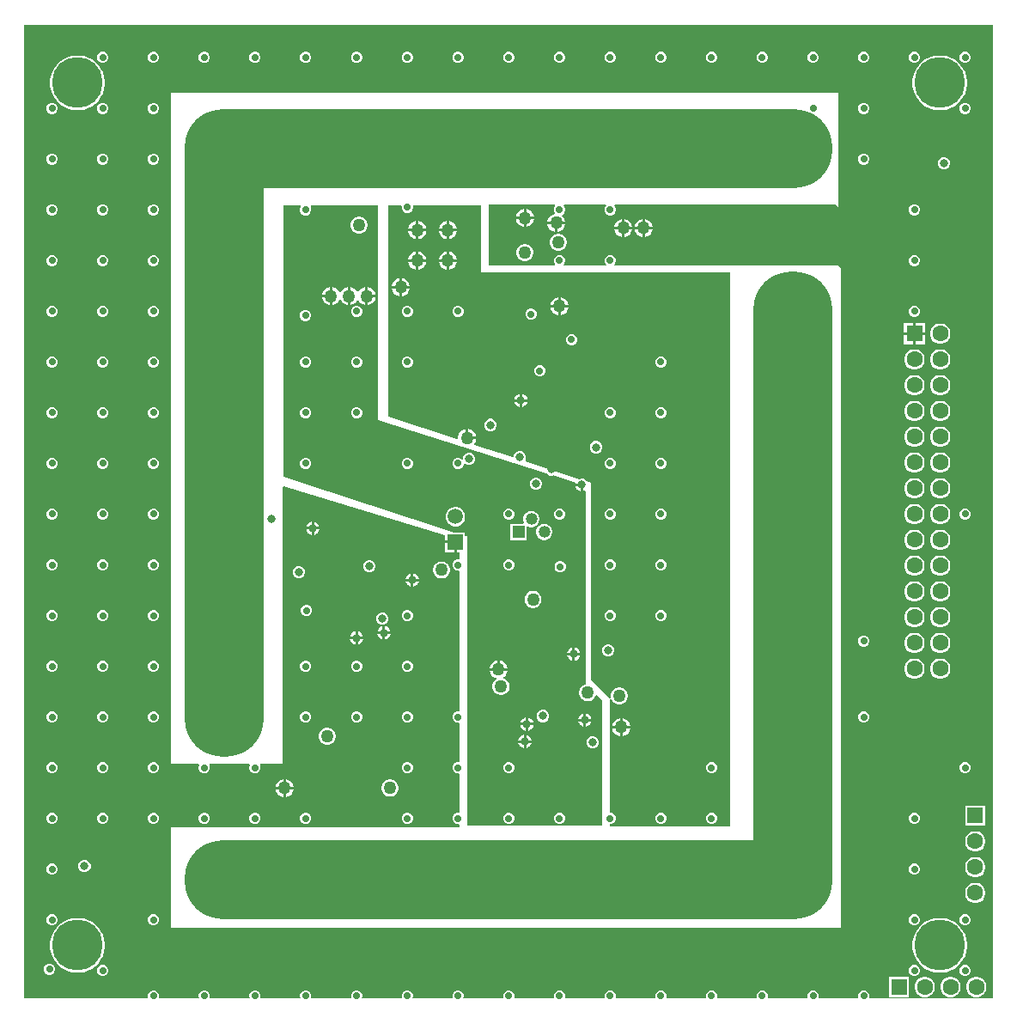
<source format=gbr>
%TF.GenerationSoftware,Altium Limited,Altium Designer,23.9.2 (47)*%
G04 Layer_Physical_Order=4*
G04 Layer_Color=16711680*
%FSLAX25Y25*%
%MOIN*%
%TF.SameCoordinates,F944BC78-FABB-4A85-9D96-7E9E55BFA98D*%
%TF.FilePolarity,Positive*%
%TF.FileFunction,Copper,L4,Bot,Signal*%
%TF.Part,Single*%
G01*
G75*
%TA.AperFunction,Conductor*%
%ADD44C,0.30709*%
%TA.AperFunction,ComponentPad*%
%ADD45C,0.06299*%
%ADD46R,0.06299X0.06299*%
%TA.AperFunction,ViaPad*%
%ADD47C,0.19685*%
%TA.AperFunction,ComponentPad*%
%ADD48C,0.05906*%
%ADD49R,0.05906X0.05906*%
%ADD50C,0.30709*%
%ADD51R,0.06299X0.06299*%
%ADD52C,0.04693*%
%ADD53R,0.04693X0.04693*%
%TA.AperFunction,ViaPad*%
%ADD54C,0.03150*%
%ADD55C,0.02756*%
%ADD56C,0.05000*%
G36*
X207677Y-168307D02*
X159866D01*
X159589Y-167891D01*
X159646Y-167754D01*
Y-166892D01*
X159316Y-166096D01*
X158707Y-165487D01*
X157911Y-165157D01*
X157050D01*
X156254Y-165487D01*
X155645Y-166096D01*
X155315Y-166892D01*
Y-167754D01*
X155372Y-167891D01*
X155094Y-168307D01*
X140181D01*
X139903Y-167891D01*
X139961Y-167754D01*
Y-166892D01*
X139631Y-166096D01*
X139022Y-165487D01*
X138226Y-165157D01*
X137365D01*
X136569Y-165487D01*
X135960Y-166096D01*
X135630Y-166892D01*
Y-167754D01*
X135687Y-167891D01*
X135409Y-168307D01*
X120496D01*
X120219Y-167891D01*
X120276Y-167754D01*
Y-166892D01*
X119946Y-166096D01*
X119337Y-165487D01*
X118541Y-165157D01*
X117680D01*
X116884Y-165487D01*
X116274Y-166096D01*
X115945Y-166892D01*
Y-167754D01*
X116002Y-167891D01*
X115724Y-168307D01*
X100811D01*
X100533Y-167891D01*
X100591Y-167754D01*
Y-166892D01*
X100261Y-166096D01*
X99652Y-165487D01*
X98856Y-165157D01*
X97995D01*
X97199Y-165487D01*
X96589Y-166096D01*
X96260Y-166892D01*
Y-167754D01*
X96317Y-167891D01*
X96039Y-168307D01*
X81126D01*
X80848Y-167891D01*
X80905Y-167754D01*
Y-166892D01*
X80576Y-166096D01*
X79967Y-165487D01*
X79171Y-165157D01*
X78310D01*
X77514Y-165487D01*
X76904Y-166096D01*
X76575Y-166892D01*
Y-167754D01*
X76632Y-167891D01*
X76354Y-168307D01*
X61441D01*
X61163Y-167891D01*
X61221Y-167754D01*
Y-166892D01*
X60891Y-166096D01*
X60282Y-165487D01*
X59486Y-165157D01*
X58624D01*
X57828Y-165487D01*
X57219Y-166096D01*
X56890Y-166892D01*
Y-167754D01*
X56947Y-167891D01*
X56669Y-168307D01*
X41756D01*
X41478Y-167891D01*
X41535Y-167754D01*
Y-166892D01*
X41206Y-166096D01*
X40597Y-165487D01*
X39801Y-165157D01*
X38939D01*
X38144Y-165487D01*
X37534Y-166096D01*
X37205Y-166892D01*
Y-167754D01*
X37262Y-167891D01*
X36984Y-168307D01*
X22071D01*
X21793Y-167891D01*
X21850Y-167754D01*
Y-166892D01*
X21521Y-166096D01*
X20912Y-165487D01*
X20116Y-165157D01*
X19254D01*
X18459Y-165487D01*
X17849Y-166096D01*
X17520Y-166892D01*
Y-167754D01*
X17577Y-167891D01*
X17299Y-168307D01*
X2386D01*
X2108Y-167891D01*
X2165Y-167754D01*
Y-166892D01*
X1836Y-166096D01*
X1227Y-165487D01*
X431Y-165157D01*
X-431D01*
X-1227Y-165487D01*
X-1836Y-166096D01*
X-2165Y-166892D01*
Y-167754D01*
X-2108Y-167891D01*
X-2386Y-168307D01*
X-17299D01*
X-17577Y-167891D01*
X-17520Y-167754D01*
Y-166892D01*
X-17849Y-166096D01*
X-18459Y-165487D01*
X-19254Y-165157D01*
X-20116D01*
X-20912Y-165487D01*
X-21521Y-166096D01*
X-21850Y-166892D01*
Y-167754D01*
X-21793Y-167891D01*
X-22071Y-168307D01*
X-36984D01*
X-37262Y-167891D01*
X-37205Y-167754D01*
Y-166892D01*
X-37534Y-166096D01*
X-38144Y-165487D01*
X-38939Y-165157D01*
X-39801D01*
X-40597Y-165487D01*
X-41206Y-166096D01*
X-41535Y-166892D01*
Y-167754D01*
X-41478Y-167891D01*
X-41756Y-168307D01*
X-56669D01*
X-56947Y-167891D01*
X-56890Y-167754D01*
Y-166892D01*
X-57219Y-166096D01*
X-57828Y-165487D01*
X-58624Y-165157D01*
X-59486D01*
X-60282Y-165487D01*
X-60891Y-166096D01*
X-61221Y-166892D01*
Y-167754D01*
X-61163Y-167891D01*
X-61441Y-168307D01*
X-76354D01*
X-76632Y-167891D01*
X-76575Y-167754D01*
Y-166892D01*
X-76904Y-166096D01*
X-77514Y-165487D01*
X-78310Y-165157D01*
X-79171D01*
X-79967Y-165487D01*
X-80576Y-166096D01*
X-80905Y-166892D01*
Y-167754D01*
X-80848Y-167891D01*
X-81126Y-168307D01*
X-96039D01*
X-96317Y-167891D01*
X-96260Y-167754D01*
Y-166892D01*
X-96589Y-166096D01*
X-97199Y-165487D01*
X-97995Y-165157D01*
X-98856D01*
X-99652Y-165487D01*
X-100261Y-166096D01*
X-100591Y-166892D01*
Y-167754D01*
X-100533Y-167891D01*
X-100811Y-168307D01*
X-115724D01*
X-116002Y-167891D01*
X-115945Y-167754D01*
Y-166892D01*
X-116274Y-166096D01*
X-116884Y-165487D01*
X-117680Y-165157D01*
X-118541D01*
X-119337Y-165487D01*
X-119946Y-166096D01*
X-120276Y-166892D01*
Y-167754D01*
X-120219Y-167891D01*
X-120496Y-168307D01*
X-168307D01*
Y209635D01*
X207677D01*
Y-168307D01*
D02*
G37*
%LPC*%
G36*
X197281Y199016D02*
X196420D01*
X195624Y198686D01*
X195015Y198077D01*
X194685Y197281D01*
Y196420D01*
X195015Y195624D01*
X195624Y195015D01*
X196420Y194685D01*
X197281D01*
X198077Y195015D01*
X198686Y195624D01*
X199016Y196420D01*
Y197281D01*
X198686Y198077D01*
X198077Y198686D01*
X197281Y199016D01*
D02*
G37*
G36*
X177596D02*
X176735D01*
X175939Y198686D01*
X175330Y198077D01*
X175000Y197281D01*
Y196420D01*
X175330Y195624D01*
X175939Y195015D01*
X176735Y194685D01*
X177596D01*
X178392Y195015D01*
X179001Y195624D01*
X179331Y196420D01*
Y197281D01*
X179001Y198077D01*
X178392Y198686D01*
X177596Y199016D01*
D02*
G37*
G36*
X157911D02*
X157050D01*
X156254Y198686D01*
X155645Y198077D01*
X155315Y197281D01*
Y196420D01*
X155645Y195624D01*
X156254Y195015D01*
X157050Y194685D01*
X157911D01*
X158707Y195015D01*
X159316Y195624D01*
X159646Y196420D01*
Y197281D01*
X159316Y198077D01*
X158707Y198686D01*
X157911Y199016D01*
D02*
G37*
G36*
X138226D02*
X137365D01*
X136569Y198686D01*
X135960Y198077D01*
X135630Y197281D01*
Y196420D01*
X135960Y195624D01*
X136569Y195015D01*
X137365Y194685D01*
X138226D01*
X139022Y195015D01*
X139631Y195624D01*
X139961Y196420D01*
Y197281D01*
X139631Y198077D01*
X139022Y198686D01*
X138226Y199016D01*
D02*
G37*
G36*
X118541D02*
X117680D01*
X116884Y198686D01*
X116274Y198077D01*
X115945Y197281D01*
Y196420D01*
X116274Y195624D01*
X116884Y195015D01*
X117680Y194685D01*
X118541D01*
X119337Y195015D01*
X119946Y195624D01*
X120276Y196420D01*
Y197281D01*
X119946Y198077D01*
X119337Y198686D01*
X118541Y199016D01*
D02*
G37*
G36*
X98856D02*
X97995D01*
X97199Y198686D01*
X96589Y198077D01*
X96260Y197281D01*
Y196420D01*
X96589Y195624D01*
X97199Y195015D01*
X97995Y194685D01*
X98856D01*
X99652Y195015D01*
X100261Y195624D01*
X100591Y196420D01*
Y197281D01*
X100261Y198077D01*
X99652Y198686D01*
X98856Y199016D01*
D02*
G37*
G36*
X79171D02*
X78310D01*
X77514Y198686D01*
X76904Y198077D01*
X76575Y197281D01*
Y196420D01*
X76904Y195624D01*
X77514Y195015D01*
X78310Y194685D01*
X79171D01*
X79967Y195015D01*
X80576Y195624D01*
X80905Y196420D01*
Y197281D01*
X80576Y198077D01*
X79967Y198686D01*
X79171Y199016D01*
D02*
G37*
G36*
X59486D02*
X58624D01*
X57828Y198686D01*
X57219Y198077D01*
X56890Y197281D01*
Y196420D01*
X57219Y195624D01*
X57828Y195015D01*
X58624Y194685D01*
X59486D01*
X60282Y195015D01*
X60891Y195624D01*
X61221Y196420D01*
Y197281D01*
X60891Y198077D01*
X60282Y198686D01*
X59486Y199016D01*
D02*
G37*
G36*
X39801D02*
X38939D01*
X38144Y198686D01*
X37534Y198077D01*
X37205Y197281D01*
Y196420D01*
X37534Y195624D01*
X38144Y195015D01*
X38939Y194685D01*
X39801D01*
X40597Y195015D01*
X41206Y195624D01*
X41535Y196420D01*
Y197281D01*
X41206Y198077D01*
X40597Y198686D01*
X39801Y199016D01*
D02*
G37*
G36*
X20116D02*
X19254D01*
X18459Y198686D01*
X17849Y198077D01*
X17520Y197281D01*
Y196420D01*
X17849Y195624D01*
X18459Y195015D01*
X19254Y194685D01*
X20116D01*
X20912Y195015D01*
X21521Y195624D01*
X21850Y196420D01*
Y197281D01*
X21521Y198077D01*
X20912Y198686D01*
X20116Y199016D01*
D02*
G37*
G36*
X431D02*
X-431D01*
X-1227Y198686D01*
X-1836Y198077D01*
X-2165Y197281D01*
Y196420D01*
X-1836Y195624D01*
X-1227Y195015D01*
X-431Y194685D01*
X431D01*
X1227Y195015D01*
X1836Y195624D01*
X2165Y196420D01*
Y197281D01*
X1836Y198077D01*
X1227Y198686D01*
X431Y199016D01*
D02*
G37*
G36*
X-19254D02*
X-20116D01*
X-20912Y198686D01*
X-21521Y198077D01*
X-21850Y197281D01*
Y196420D01*
X-21521Y195624D01*
X-20912Y195015D01*
X-20116Y194685D01*
X-19254D01*
X-18459Y195015D01*
X-17849Y195624D01*
X-17520Y196420D01*
Y197281D01*
X-17849Y198077D01*
X-18459Y198686D01*
X-19254Y199016D01*
D02*
G37*
G36*
X-38939D02*
X-39801D01*
X-40597Y198686D01*
X-41206Y198077D01*
X-41535Y197281D01*
Y196420D01*
X-41206Y195624D01*
X-40597Y195015D01*
X-39801Y194685D01*
X-38939D01*
X-38144Y195015D01*
X-37534Y195624D01*
X-37205Y196420D01*
Y197281D01*
X-37534Y198077D01*
X-38144Y198686D01*
X-38939Y199016D01*
D02*
G37*
G36*
X-58624D02*
X-59486D01*
X-60282Y198686D01*
X-60891Y198077D01*
X-61221Y197281D01*
Y196420D01*
X-60891Y195624D01*
X-60282Y195015D01*
X-59486Y194685D01*
X-58624D01*
X-57828Y195015D01*
X-57219Y195624D01*
X-56890Y196420D01*
Y197281D01*
X-57219Y198077D01*
X-57828Y198686D01*
X-58624Y199016D01*
D02*
G37*
G36*
X-78310D02*
X-79171D01*
X-79967Y198686D01*
X-80576Y198077D01*
X-80905Y197281D01*
Y196420D01*
X-80576Y195624D01*
X-79967Y195015D01*
X-79171Y194685D01*
X-78310D01*
X-77514Y195015D01*
X-76904Y195624D01*
X-76575Y196420D01*
Y197281D01*
X-76904Y198077D01*
X-77514Y198686D01*
X-78310Y199016D01*
D02*
G37*
G36*
X-97995D02*
X-98856D01*
X-99652Y198686D01*
X-100261Y198077D01*
X-100591Y197281D01*
Y196420D01*
X-100261Y195624D01*
X-99652Y195015D01*
X-98856Y194685D01*
X-97995D01*
X-97199Y195015D01*
X-96589Y195624D01*
X-96260Y196420D01*
Y197281D01*
X-96589Y198077D01*
X-97199Y198686D01*
X-97995Y199016D01*
D02*
G37*
G36*
X-117680D02*
X-118541D01*
X-119337Y198686D01*
X-119946Y198077D01*
X-120276Y197281D01*
Y196420D01*
X-119946Y195624D01*
X-119337Y195015D01*
X-118541Y194685D01*
X-117680D01*
X-116884Y195015D01*
X-116274Y195624D01*
X-115945Y196420D01*
Y197281D01*
X-116274Y198077D01*
X-116884Y198686D01*
X-117680Y199016D01*
D02*
G37*
G36*
X-137365D02*
X-138226D01*
X-139022Y198686D01*
X-139631Y198077D01*
X-139961Y197281D01*
Y196420D01*
X-139631Y195624D01*
X-139022Y195015D01*
X-138226Y194685D01*
X-137365D01*
X-136569Y195015D01*
X-135960Y195624D01*
X-135630Y196420D01*
Y197281D01*
X-135960Y198077D01*
X-136569Y198686D01*
X-137365Y199016D01*
D02*
G37*
G36*
X187845Y197638D02*
X186171D01*
X184519Y197376D01*
X182927Y196859D01*
X181437Y196099D01*
X180083Y195116D01*
X178900Y193933D01*
X177916Y192579D01*
X177157Y191088D01*
X176640Y189497D01*
X176378Y187845D01*
Y186171D01*
X176640Y184519D01*
X177157Y182927D01*
X177916Y181437D01*
X178900Y180083D01*
X180083Y178900D01*
X181437Y177916D01*
X182927Y177157D01*
X184519Y176640D01*
X186171Y176378D01*
X187845D01*
X189497Y176640D01*
X191088Y177157D01*
X192579Y177916D01*
X193933Y178900D01*
X195116Y180083D01*
X196099Y181437D01*
X196859Y182927D01*
X197376Y184519D01*
X197638Y186171D01*
Y187845D01*
X197376Y189497D01*
X196859Y191088D01*
X196099Y192579D01*
X195116Y193933D01*
X193933Y195116D01*
X192579Y196099D01*
X191088Y196859D01*
X189497Y197376D01*
X187845Y197638D01*
D02*
G37*
G36*
X-146801D02*
X-148474D01*
X-150127Y197376D01*
X-151718Y196859D01*
X-153209Y196099D01*
X-154563Y195116D01*
X-155746Y193933D01*
X-156729Y192579D01*
X-157489Y191088D01*
X-158006Y189497D01*
X-158268Y187845D01*
Y186171D01*
X-158006Y184519D01*
X-157489Y182927D01*
X-156729Y181437D01*
X-155746Y180083D01*
X-154563Y178900D01*
X-153209Y177916D01*
X-151718Y177157D01*
X-150127Y176640D01*
X-148474Y176378D01*
X-146801D01*
X-145149Y176640D01*
X-143557Y177157D01*
X-142067Y177916D01*
X-140713Y178900D01*
X-139530Y180083D01*
X-138546Y181437D01*
X-137787Y182927D01*
X-137270Y184519D01*
X-137008Y186171D01*
Y187845D01*
X-137270Y189497D01*
X-137787Y191088D01*
X-138546Y192579D01*
X-139530Y193933D01*
X-140713Y195116D01*
X-142067Y196099D01*
X-143557Y196859D01*
X-145149Y197376D01*
X-146801Y197638D01*
D02*
G37*
G36*
X197281Y179331D02*
X196420D01*
X195624Y179001D01*
X195015Y178392D01*
X194685Y177596D01*
Y176735D01*
X195015Y175939D01*
X195624Y175330D01*
X196420Y175000D01*
X197281D01*
X198077Y175330D01*
X198686Y175939D01*
X199016Y176735D01*
Y177596D01*
X198686Y178392D01*
X198077Y179001D01*
X197281Y179331D01*
D02*
G37*
G36*
X157911D02*
X157050D01*
X156254Y179001D01*
X155645Y178392D01*
X155315Y177596D01*
Y176735D01*
X155645Y175939D01*
X156254Y175330D01*
X157050Y175000D01*
X157911D01*
X158707Y175330D01*
X159316Y175939D01*
X159646Y176735D01*
Y177596D01*
X159316Y178392D01*
X158707Y179001D01*
X157911Y179331D01*
D02*
G37*
G36*
X-117680D02*
X-118541D01*
X-119337Y179001D01*
X-119946Y178392D01*
X-120276Y177596D01*
Y176735D01*
X-119946Y175939D01*
X-119337Y175330D01*
X-118541Y175000D01*
X-117680D01*
X-116884Y175330D01*
X-116274Y175939D01*
X-115945Y176735D01*
Y177596D01*
X-116274Y178392D01*
X-116884Y179001D01*
X-117680Y179331D01*
D02*
G37*
G36*
X-137365D02*
X-138226D01*
X-139022Y179001D01*
X-139631Y178392D01*
X-139961Y177596D01*
Y176735D01*
X-139631Y175939D01*
X-139022Y175330D01*
X-138226Y175000D01*
X-137365D01*
X-136569Y175330D01*
X-135960Y175939D01*
X-135630Y176735D01*
Y177596D01*
X-135960Y178392D01*
X-136569Y179001D01*
X-137365Y179331D01*
D02*
G37*
G36*
X-157050D02*
X-157911D01*
X-158707Y179001D01*
X-159316Y178392D01*
X-159646Y177596D01*
Y176735D01*
X-159316Y175939D01*
X-158707Y175330D01*
X-157911Y175000D01*
X-157050D01*
X-156254Y175330D01*
X-155645Y175939D01*
X-155315Y176735D01*
Y177596D01*
X-155645Y178392D01*
X-156254Y179001D01*
X-157050Y179331D01*
D02*
G37*
G36*
X157911Y159646D02*
X157050D01*
X156254Y159316D01*
X155645Y158707D01*
X155315Y157911D01*
Y157050D01*
X155645Y156254D01*
X156254Y155645D01*
X157050Y155315D01*
X157911D01*
X158707Y155645D01*
X159316Y156254D01*
X159646Y157050D01*
Y157911D01*
X159316Y158707D01*
X158707Y159316D01*
X157911Y159646D01*
D02*
G37*
G36*
X-117680D02*
X-118541D01*
X-119337Y159316D01*
X-119946Y158707D01*
X-120276Y157911D01*
Y157050D01*
X-119946Y156254D01*
X-119337Y155645D01*
X-118541Y155315D01*
X-117680D01*
X-116884Y155645D01*
X-116274Y156254D01*
X-115945Y157050D01*
Y157911D01*
X-116274Y158707D01*
X-116884Y159316D01*
X-117680Y159646D01*
D02*
G37*
G36*
X-137365D02*
X-138226D01*
X-139022Y159316D01*
X-139631Y158707D01*
X-139961Y157911D01*
Y157050D01*
X-139631Y156254D01*
X-139022Y155645D01*
X-138226Y155315D01*
X-137365D01*
X-136569Y155645D01*
X-135960Y156254D01*
X-135630Y157050D01*
Y157911D01*
X-135960Y158707D01*
X-136569Y159316D01*
X-137365Y159646D01*
D02*
G37*
G36*
X-157050D02*
X-157911D01*
X-158707Y159316D01*
X-159316Y158707D01*
X-159646Y157911D01*
Y157050D01*
X-159316Y156254D01*
X-158707Y155645D01*
X-157911Y155315D01*
X-157050D01*
X-156254Y155645D01*
X-155645Y156254D01*
X-155315Y157050D01*
Y157911D01*
X-155645Y158707D01*
X-156254Y159316D01*
X-157050Y159646D01*
D02*
G37*
G36*
X189052Y158268D02*
X188113D01*
X187245Y157908D01*
X186580Y157244D01*
X186221Y156375D01*
Y155436D01*
X186580Y154567D01*
X187245Y153903D01*
X188113Y153543D01*
X189052D01*
X189921Y153903D01*
X190585Y154567D01*
X190945Y155436D01*
Y156375D01*
X190585Y157244D01*
X189921Y157908D01*
X189052Y158268D01*
D02*
G37*
G36*
X147638Y183071D02*
X-111221D01*
Y-77165D01*
X-100566D01*
X-100324Y-77665D01*
X-100591Y-78310D01*
Y-79171D01*
X-100261Y-79967D01*
X-99652Y-80576D01*
X-98856Y-80905D01*
X-97995D01*
X-97199Y-80576D01*
X-96589Y-79967D01*
X-96260Y-79171D01*
Y-78310D01*
X-96527Y-77665D01*
X-96285Y-77165D01*
X-80881D01*
X-80639Y-77665D01*
X-80905Y-78310D01*
Y-79171D01*
X-80576Y-79967D01*
X-79967Y-80576D01*
X-79171Y-80905D01*
X-78310D01*
X-77514Y-80576D01*
X-76904Y-79967D01*
X-76575Y-79171D01*
Y-78310D01*
X-76842Y-77665D01*
X-76599Y-77165D01*
X-68110D01*
Y30289D01*
X-67709Y30587D01*
X-4937Y11576D01*
Y9358D01*
X-984D01*
Y8858D01*
X-484D01*
Y4905D01*
X787D01*
Y2404D01*
X431Y2165D01*
X-431D01*
X-1227Y1836D01*
X-1836Y1227D01*
X-2165Y431D01*
Y-431D01*
X-1836Y-1227D01*
X-1227Y-1836D01*
X-431Y-2165D01*
X431D01*
X787Y-2404D01*
Y-56651D01*
X431Y-56890D01*
X-431D01*
X-1227Y-57219D01*
X-1836Y-57828D01*
X-2165Y-58624D01*
Y-59486D01*
X-1836Y-60282D01*
X-1227Y-60891D01*
X-431Y-61221D01*
X431D01*
X787Y-61459D01*
Y-76336D01*
X431Y-76575D01*
X-431D01*
X-1227Y-76904D01*
X-1836Y-77514D01*
X-2165Y-78310D01*
Y-79171D01*
X-1836Y-79967D01*
X-1227Y-80576D01*
X-431Y-80905D01*
X431D01*
X787Y-81144D01*
Y-96021D01*
X431Y-96260D01*
X-431D01*
X-1227Y-96589D01*
X-1836Y-97199D01*
X-2165Y-97995D01*
Y-98856D01*
X-1836Y-99652D01*
X-1227Y-100261D01*
X-431Y-100591D01*
X431D01*
X787Y-100829D01*
Y-101969D01*
X-111221D01*
Y-140748D01*
X148622D01*
Y115157D01*
X147638Y116142D01*
X60856D01*
X60649Y116642D01*
X60891Y116884D01*
X61221Y117680D01*
Y118541D01*
X60891Y119337D01*
X60282Y119946D01*
X59486Y120276D01*
X58624D01*
X57828Y119946D01*
X57219Y119337D01*
X56890Y118541D01*
Y117680D01*
X57219Y116884D01*
X57461Y116642D01*
X57254Y116142D01*
X41171D01*
X40964Y116642D01*
X41206Y116884D01*
X41535Y117680D01*
Y118541D01*
X41206Y119337D01*
X40597Y119946D01*
X39801Y120276D01*
X38939D01*
X38144Y119946D01*
X37534Y119337D01*
X37205Y118541D01*
Y117680D01*
X37534Y116884D01*
X37776Y116642D01*
X37569Y116142D01*
X11811D01*
Y139764D01*
X37569D01*
X37776Y139264D01*
X37534Y139022D01*
X37205Y138226D01*
Y137365D01*
X37507Y136635D01*
X37494Y136472D01*
X37326Y136070D01*
X36838Y135939D01*
X36040Y135478D01*
X35388Y134826D01*
X34927Y134028D01*
X34699Y133177D01*
X41679D01*
X41451Y134028D01*
X40990Y134826D01*
X40456Y135360D01*
X40489Y135915D01*
X40597Y135960D01*
X41206Y136569D01*
X41535Y137365D01*
Y138226D01*
X41206Y139022D01*
X40964Y139264D01*
X41171Y139764D01*
X57254D01*
X57461Y139264D01*
X57219Y139022D01*
X56890Y138226D01*
Y137365D01*
X57219Y136569D01*
X57828Y135960D01*
X58624Y135630D01*
X59486D01*
X60282Y135960D01*
X60891Y136569D01*
X61221Y137365D01*
Y138226D01*
X60891Y139022D01*
X60649Y139264D01*
X60856Y139764D01*
X146653D01*
X147638Y138779D01*
Y183071D01*
D02*
G37*
G36*
X177596Y139961D02*
X176735D01*
X175939Y139631D01*
X175330Y139022D01*
X175000Y138226D01*
Y137365D01*
X175330Y136569D01*
X175939Y135960D01*
X176735Y135630D01*
X177596D01*
X178392Y135960D01*
X179001Y136569D01*
X179331Y137365D01*
Y138226D01*
X179001Y139022D01*
X178392Y139631D01*
X177596Y139961D01*
D02*
G37*
G36*
X-117680D02*
X-118541D01*
X-119337Y139631D01*
X-119946Y139022D01*
X-120276Y138226D01*
Y137365D01*
X-119946Y136569D01*
X-119337Y135960D01*
X-118541Y135630D01*
X-117680D01*
X-116884Y135960D01*
X-116274Y136569D01*
X-115945Y137365D01*
Y138226D01*
X-116274Y139022D01*
X-116884Y139631D01*
X-117680Y139961D01*
D02*
G37*
G36*
X-137365D02*
X-138226D01*
X-139022Y139631D01*
X-139631Y139022D01*
X-139961Y138226D01*
Y137365D01*
X-139631Y136569D01*
X-139022Y135960D01*
X-138226Y135630D01*
X-137365D01*
X-136569Y135960D01*
X-135960Y136569D01*
X-135630Y137365D01*
Y138226D01*
X-135960Y139022D01*
X-136569Y139631D01*
X-137365Y139961D01*
D02*
G37*
G36*
X-157050D02*
X-157911D01*
X-158707Y139631D01*
X-159316Y139022D01*
X-159646Y138226D01*
Y137365D01*
X-159316Y136569D01*
X-158707Y135960D01*
X-157911Y135630D01*
X-157050D01*
X-156254Y135960D01*
X-155645Y136569D01*
X-155315Y137365D01*
Y138226D01*
X-155645Y139022D01*
X-156254Y139631D01*
X-157050Y139961D01*
D02*
G37*
G36*
X26484Y138135D02*
Y135146D01*
X29474D01*
X29246Y135997D01*
X28785Y136795D01*
X28133Y137446D01*
X27335Y137907D01*
X26484Y138135D01*
D02*
G37*
G36*
X25484D02*
X24633Y137907D01*
X23835Y137446D01*
X23183Y136795D01*
X22723Y135997D01*
X22495Y135146D01*
X25484D01*
Y138135D01*
D02*
G37*
G36*
X72547Y134198D02*
Y131209D01*
X75537D01*
X75309Y132060D01*
X74848Y132858D01*
X74196Y133509D01*
X73398Y133970D01*
X72547Y134198D01*
D02*
G37*
G36*
X71547D02*
X70696Y133970D01*
X69898Y133509D01*
X69247Y132858D01*
X68786Y132060D01*
X68558Y131209D01*
X71547D01*
Y134198D01*
D02*
G37*
G36*
X64673D02*
Y131209D01*
X67663D01*
X67435Y132060D01*
X66974Y132858D01*
X66322Y133509D01*
X65524Y133970D01*
X64673Y134198D01*
D02*
G37*
G36*
X63673D02*
X62822Y133970D01*
X62024Y133509D01*
X61373Y132858D01*
X60912Y132060D01*
X60684Y131209D01*
X63673D01*
Y134198D01*
D02*
G37*
G36*
X29474Y134146D02*
X26484D01*
Y131156D01*
X27335Y131384D01*
X28133Y131845D01*
X28785Y132497D01*
X29246Y133295D01*
X29474Y134146D01*
D02*
G37*
G36*
X25484D02*
X22495D01*
X22723Y133295D01*
X23183Y132497D01*
X23835Y131845D01*
X24633Y131384D01*
X25484Y131156D01*
Y134146D01*
D02*
G37*
G36*
X41679Y132177D02*
X38689D01*
Y129188D01*
X39540Y129416D01*
X40338Y129876D01*
X40990Y130528D01*
X41451Y131326D01*
X41679Y132177D01*
D02*
G37*
G36*
X37689D02*
X34699D01*
X34927Y131326D01*
X35388Y130528D01*
X36040Y129876D01*
X36838Y129416D01*
X37689Y129188D01*
Y132177D01*
D02*
G37*
G36*
X75537Y130209D02*
X72547D01*
Y127219D01*
X73398Y127447D01*
X74196Y127908D01*
X74848Y128560D01*
X75309Y129358D01*
X75537Y130209D01*
D02*
G37*
G36*
X71547D02*
X68558D01*
X68786Y129358D01*
X69247Y128560D01*
X69898Y127908D01*
X70696Y127447D01*
X71547Y127219D01*
Y130209D01*
D02*
G37*
G36*
X67663D02*
X64673D01*
Y127219D01*
X65524Y127447D01*
X66322Y127908D01*
X66974Y128560D01*
X67435Y129358D01*
X67663Y130209D01*
D02*
G37*
G36*
X63673D02*
X60684D01*
X60912Y129358D01*
X61373Y128560D01*
X62024Y127908D01*
X62822Y127447D01*
X63673Y127219D01*
Y130209D01*
D02*
G37*
G36*
X39409Y128484D02*
X38544D01*
X37707Y128260D01*
X36958Y127827D01*
X36346Y127215D01*
X35913Y126466D01*
X35689Y125630D01*
Y124764D01*
X35913Y123928D01*
X36346Y123178D01*
X36958Y122566D01*
X37707Y122134D01*
X38544Y121909D01*
X39409D01*
X40245Y122134D01*
X40995Y122566D01*
X41607Y123178D01*
X42040Y123928D01*
X42264Y124764D01*
Y125630D01*
X42040Y126466D01*
X41607Y127215D01*
X40995Y127827D01*
X40245Y128260D01*
X39409Y128484D01*
D02*
G37*
G36*
X26417Y124547D02*
X25552D01*
X24715Y124323D01*
X23966Y123890D01*
X23354Y123278D01*
X22921Y122529D01*
X22697Y121693D01*
Y120827D01*
X22921Y119991D01*
X23354Y119241D01*
X23966Y118629D01*
X24715Y118196D01*
X25552Y117972D01*
X26417D01*
X27253Y118196D01*
X28003Y118629D01*
X28615Y119241D01*
X29048Y119991D01*
X29272Y120827D01*
Y121693D01*
X29048Y122529D01*
X28615Y123278D01*
X28003Y123890D01*
X27253Y124323D01*
X26417Y124547D01*
D02*
G37*
G36*
X177596Y120276D02*
X176735D01*
X175939Y119946D01*
X175330Y119337D01*
X175000Y118541D01*
Y117680D01*
X175330Y116884D01*
X175939Y116274D01*
X176735Y115945D01*
X177596D01*
X178392Y116274D01*
X179001Y116884D01*
X179331Y117680D01*
Y118541D01*
X179001Y119337D01*
X178392Y119946D01*
X177596Y120276D01*
D02*
G37*
G36*
X-117680D02*
X-118541D01*
X-119337Y119946D01*
X-119946Y119337D01*
X-120276Y118541D01*
Y117680D01*
X-119946Y116884D01*
X-119337Y116274D01*
X-118541Y115945D01*
X-117680D01*
X-116884Y116274D01*
X-116274Y116884D01*
X-115945Y117680D01*
Y118541D01*
X-116274Y119337D01*
X-116884Y119946D01*
X-117680Y120276D01*
D02*
G37*
G36*
X-137365D02*
X-138226D01*
X-139022Y119946D01*
X-139631Y119337D01*
X-139961Y118541D01*
Y117680D01*
X-139631Y116884D01*
X-139022Y116274D01*
X-138226Y115945D01*
X-137365D01*
X-136569Y116274D01*
X-135960Y116884D01*
X-135630Y117680D01*
Y118541D01*
X-135960Y119337D01*
X-136569Y119946D01*
X-137365Y120276D01*
D02*
G37*
G36*
X-157050D02*
X-157911D01*
X-158707Y119946D01*
X-159316Y119337D01*
X-159646Y118541D01*
Y117680D01*
X-159316Y116884D01*
X-158707Y116274D01*
X-157911Y115945D01*
X-157050D01*
X-156254Y116274D01*
X-155645Y116884D01*
X-155315Y117680D01*
Y118541D01*
X-155645Y119337D01*
X-156254Y119946D01*
X-157050Y120276D01*
D02*
G37*
G36*
X177596Y100591D02*
X176735D01*
X175939Y100261D01*
X175330Y99652D01*
X175000Y98856D01*
Y97995D01*
X175330Y97199D01*
X175939Y96589D01*
X176735Y96260D01*
X177596D01*
X178392Y96589D01*
X179001Y97199D01*
X179331Y97995D01*
Y98856D01*
X179001Y99652D01*
X178392Y100261D01*
X177596Y100591D01*
D02*
G37*
G36*
X-117680D02*
X-118541D01*
X-119337Y100261D01*
X-119946Y99652D01*
X-120276Y98856D01*
Y97995D01*
X-119946Y97199D01*
X-119337Y96589D01*
X-118541Y96260D01*
X-117680D01*
X-116884Y96589D01*
X-116274Y97199D01*
X-115945Y97995D01*
Y98856D01*
X-116274Y99652D01*
X-116884Y100261D01*
X-117680Y100591D01*
D02*
G37*
G36*
X-137365D02*
X-138226D01*
X-139022Y100261D01*
X-139631Y99652D01*
X-139961Y98856D01*
Y97995D01*
X-139631Y97199D01*
X-139022Y96589D01*
X-138226Y96260D01*
X-137365D01*
X-136569Y96589D01*
X-135960Y97199D01*
X-135630Y97995D01*
Y98856D01*
X-135960Y99652D01*
X-136569Y100261D01*
X-137365Y100591D01*
D02*
G37*
G36*
X-157050D02*
X-157911D01*
X-158707Y100261D01*
X-159316Y99652D01*
X-159646Y98856D01*
Y97995D01*
X-159316Y97199D01*
X-158707Y96589D01*
X-157911Y96260D01*
X-157050D01*
X-156254Y96589D01*
X-155645Y97199D01*
X-155315Y97995D01*
Y98856D01*
X-155645Y99652D01*
X-156254Y100261D01*
X-157050Y100591D01*
D02*
G37*
G36*
X181315Y93850D02*
X177665D01*
Y90201D01*
X181315D01*
Y93850D01*
D02*
G37*
G36*
X176665D02*
X173016D01*
Y90201D01*
X176665D01*
Y93850D01*
D02*
G37*
G36*
X187684Y93638D02*
X186647D01*
X185646Y93370D01*
X184748Y92851D01*
X184015Y92118D01*
X183497Y91220D01*
X183228Y90219D01*
Y89183D01*
X183497Y88181D01*
X184015Y87283D01*
X184748Y86550D01*
X185646Y86032D01*
X186647Y85764D01*
X187684D01*
X188685Y86032D01*
X189583Y86550D01*
X190316Y87283D01*
X190834Y88181D01*
X191102Y89183D01*
Y90219D01*
X190834Y91220D01*
X190316Y92118D01*
X189583Y92851D01*
X188685Y93370D01*
X187684Y93638D01*
D02*
G37*
G36*
X181315Y89201D02*
X177665D01*
Y85551D01*
X181315D01*
Y89201D01*
D02*
G37*
G36*
X176665D02*
X173016D01*
Y85551D01*
X176665D01*
Y89201D01*
D02*
G37*
G36*
X-117680Y80905D02*
X-118541D01*
X-119337Y80576D01*
X-119946Y79967D01*
X-120276Y79171D01*
Y78310D01*
X-119946Y77514D01*
X-119337Y76904D01*
X-118541Y76575D01*
X-117680D01*
X-116884Y76904D01*
X-116274Y77514D01*
X-115945Y78310D01*
Y79171D01*
X-116274Y79967D01*
X-116884Y80576D01*
X-117680Y80905D01*
D02*
G37*
G36*
X-137365D02*
X-138226D01*
X-139022Y80576D01*
X-139631Y79967D01*
X-139961Y79171D01*
Y78310D01*
X-139631Y77514D01*
X-139022Y76904D01*
X-138226Y76575D01*
X-137365D01*
X-136569Y76904D01*
X-135960Y77514D01*
X-135630Y78310D01*
Y79171D01*
X-135960Y79967D01*
X-136569Y80576D01*
X-137365Y80905D01*
D02*
G37*
G36*
X-157050D02*
X-157911D01*
X-158707Y80576D01*
X-159316Y79967D01*
X-159646Y79171D01*
Y78310D01*
X-159316Y77514D01*
X-158707Y76904D01*
X-157911Y76575D01*
X-157050D01*
X-156254Y76904D01*
X-155645Y77514D01*
X-155315Y78310D01*
Y79171D01*
X-155645Y79967D01*
X-156254Y80576D01*
X-157050Y80905D01*
D02*
G37*
G36*
X187684Y83638D02*
X186647D01*
X185646Y83369D01*
X184748Y82851D01*
X184015Y82118D01*
X183497Y81220D01*
X183228Y80219D01*
Y79182D01*
X183497Y78181D01*
X184015Y77283D01*
X184748Y76550D01*
X185646Y76032D01*
X186647Y75764D01*
X187684D01*
X188685Y76032D01*
X189583Y76550D01*
X190316Y77283D01*
X190834Y78181D01*
X191102Y79182D01*
Y80219D01*
X190834Y81220D01*
X190316Y82118D01*
X189583Y82851D01*
X188685Y83369D01*
X187684Y83638D01*
D02*
G37*
G36*
X177684D02*
X176647D01*
X175646Y83369D01*
X174748Y82851D01*
X174015Y82118D01*
X173497Y81220D01*
X173228Y80219D01*
Y79182D01*
X173497Y78181D01*
X174015Y77283D01*
X174748Y76550D01*
X175646Y76032D01*
X176647Y75764D01*
X177684D01*
X178685Y76032D01*
X179583Y76550D01*
X180316Y77283D01*
X180834Y78181D01*
X181102Y79182D01*
Y80219D01*
X180834Y81220D01*
X180316Y82118D01*
X179583Y82851D01*
X178685Y83369D01*
X177684Y83638D01*
D02*
G37*
G36*
X187684Y73638D02*
X186647D01*
X185646Y73369D01*
X184748Y72851D01*
X184015Y72118D01*
X183497Y71220D01*
X183228Y70219D01*
Y69182D01*
X183497Y68181D01*
X184015Y67283D01*
X184748Y66550D01*
X185646Y66032D01*
X186647Y65764D01*
X187684D01*
X188685Y66032D01*
X189583Y66550D01*
X190316Y67283D01*
X190834Y68181D01*
X191102Y69182D01*
Y70219D01*
X190834Y71220D01*
X190316Y72118D01*
X189583Y72851D01*
X188685Y73369D01*
X187684Y73638D01*
D02*
G37*
G36*
X177684D02*
X176647D01*
X175646Y73369D01*
X174748Y72851D01*
X174015Y72118D01*
X173497Y71220D01*
X173228Y70219D01*
Y69182D01*
X173497Y68181D01*
X174015Y67283D01*
X174748Y66550D01*
X175646Y66032D01*
X176647Y65764D01*
X177684D01*
X178685Y66032D01*
X179583Y66550D01*
X180316Y67283D01*
X180834Y68181D01*
X181102Y69182D01*
Y70219D01*
X180834Y71220D01*
X180316Y72118D01*
X179583Y72851D01*
X178685Y73369D01*
X177684Y73638D01*
D02*
G37*
G36*
X-117680Y61221D02*
X-118541D01*
X-119337Y60891D01*
X-119946Y60282D01*
X-120276Y59486D01*
Y58624D01*
X-119946Y57828D01*
X-119337Y57219D01*
X-118541Y56890D01*
X-117680D01*
X-116884Y57219D01*
X-116274Y57828D01*
X-115945Y58624D01*
Y59486D01*
X-116274Y60282D01*
X-116884Y60891D01*
X-117680Y61221D01*
D02*
G37*
G36*
X-137365D02*
X-138226D01*
X-139022Y60891D01*
X-139631Y60282D01*
X-139961Y59486D01*
Y58624D01*
X-139631Y57828D01*
X-139022Y57219D01*
X-138226Y56890D01*
X-137365D01*
X-136569Y57219D01*
X-135960Y57828D01*
X-135630Y58624D01*
Y59486D01*
X-135960Y60282D01*
X-136569Y60891D01*
X-137365Y61221D01*
D02*
G37*
G36*
X-157050D02*
X-157911D01*
X-158707Y60891D01*
X-159316Y60282D01*
X-159646Y59486D01*
Y58624D01*
X-159316Y57828D01*
X-158707Y57219D01*
X-157911Y56890D01*
X-157050D01*
X-156254Y57219D01*
X-155645Y57828D01*
X-155315Y58624D01*
Y59486D01*
X-155645Y60282D01*
X-156254Y60891D01*
X-157050Y61221D01*
D02*
G37*
G36*
X187684Y63638D02*
X186647D01*
X185646Y63370D01*
X184748Y62851D01*
X184015Y62118D01*
X183497Y61220D01*
X183228Y60219D01*
Y59183D01*
X183497Y58181D01*
X184015Y57283D01*
X184748Y56550D01*
X185646Y56032D01*
X186647Y55764D01*
X187684D01*
X188685Y56032D01*
X189583Y56550D01*
X190316Y57283D01*
X190834Y58181D01*
X191102Y59183D01*
Y60219D01*
X190834Y61220D01*
X190316Y62118D01*
X189583Y62851D01*
X188685Y63370D01*
X187684Y63638D01*
D02*
G37*
G36*
X177684D02*
X176647D01*
X175646Y63370D01*
X174748Y62851D01*
X174015Y62118D01*
X173497Y61220D01*
X173228Y60219D01*
Y59183D01*
X173497Y58181D01*
X174015Y57283D01*
X174748Y56550D01*
X175646Y56032D01*
X176647Y55764D01*
X177684D01*
X178685Y56032D01*
X179583Y56550D01*
X180316Y57283D01*
X180834Y58181D01*
X181102Y59183D01*
Y60219D01*
X180834Y61220D01*
X180316Y62118D01*
X179583Y62851D01*
X178685Y63370D01*
X177684Y63638D01*
D02*
G37*
G36*
X187684Y53638D02*
X186647D01*
X185646Y53369D01*
X184748Y52851D01*
X184015Y52118D01*
X183497Y51220D01*
X183228Y50219D01*
Y49183D01*
X183497Y48181D01*
X184015Y47283D01*
X184748Y46550D01*
X185646Y46032D01*
X186647Y45764D01*
X187684D01*
X188685Y46032D01*
X189583Y46550D01*
X190316Y47283D01*
X190834Y48181D01*
X191102Y49183D01*
Y50219D01*
X190834Y51220D01*
X190316Y52118D01*
X189583Y52851D01*
X188685Y53369D01*
X187684Y53638D01*
D02*
G37*
G36*
X177684D02*
X176647D01*
X175646Y53369D01*
X174748Y52851D01*
X174015Y52118D01*
X173497Y51220D01*
X173228Y50219D01*
Y49183D01*
X173497Y48181D01*
X174015Y47283D01*
X174748Y46550D01*
X175646Y46032D01*
X176647Y45764D01*
X177684D01*
X178685Y46032D01*
X179583Y46550D01*
X180316Y47283D01*
X180834Y48181D01*
X181102Y49183D01*
Y50219D01*
X180834Y51220D01*
X180316Y52118D01*
X179583Y52851D01*
X178685Y53369D01*
X177684Y53638D01*
D02*
G37*
G36*
X-117680Y41535D02*
X-118541D01*
X-119337Y41206D01*
X-119946Y40597D01*
X-120276Y39801D01*
Y38939D01*
X-119946Y38144D01*
X-119337Y37534D01*
X-118541Y37205D01*
X-117680D01*
X-116884Y37534D01*
X-116274Y38144D01*
X-115945Y38939D01*
Y39801D01*
X-116274Y40597D01*
X-116884Y41206D01*
X-117680Y41535D01*
D02*
G37*
G36*
X-137365D02*
X-138226D01*
X-139022Y41206D01*
X-139631Y40597D01*
X-139961Y39801D01*
Y38939D01*
X-139631Y38144D01*
X-139022Y37534D01*
X-138226Y37205D01*
X-137365D01*
X-136569Y37534D01*
X-135960Y38144D01*
X-135630Y38939D01*
Y39801D01*
X-135960Y40597D01*
X-136569Y41206D01*
X-137365Y41535D01*
D02*
G37*
G36*
X-157050D02*
X-157911D01*
X-158707Y41206D01*
X-159316Y40597D01*
X-159646Y39801D01*
Y38939D01*
X-159316Y38144D01*
X-158707Y37534D01*
X-157911Y37205D01*
X-157050D01*
X-156254Y37534D01*
X-155645Y38144D01*
X-155315Y38939D01*
Y39801D01*
X-155645Y40597D01*
X-156254Y41206D01*
X-157050Y41535D01*
D02*
G37*
G36*
X187684Y43638D02*
X186647D01*
X185646Y43369D01*
X184748Y42851D01*
X184015Y42118D01*
X183497Y41220D01*
X183228Y40219D01*
Y39182D01*
X183497Y38181D01*
X184015Y37283D01*
X184748Y36550D01*
X185646Y36032D01*
X186647Y35764D01*
X187684D01*
X188685Y36032D01*
X189583Y36550D01*
X190316Y37283D01*
X190834Y38181D01*
X191102Y39182D01*
Y40219D01*
X190834Y41220D01*
X190316Y42118D01*
X189583Y42851D01*
X188685Y43369D01*
X187684Y43638D01*
D02*
G37*
G36*
X177684D02*
X176647D01*
X175646Y43369D01*
X174748Y42851D01*
X174015Y42118D01*
X173497Y41220D01*
X173228Y40219D01*
Y39182D01*
X173497Y38181D01*
X174015Y37283D01*
X174748Y36550D01*
X175646Y36032D01*
X176647Y35764D01*
X177684D01*
X178685Y36032D01*
X179583Y36550D01*
X180316Y37283D01*
X180834Y38181D01*
X181102Y39182D01*
Y40219D01*
X180834Y41220D01*
X180316Y42118D01*
X179583Y42851D01*
X178685Y43369D01*
X177684Y43638D01*
D02*
G37*
G36*
X187684Y33638D02*
X186647D01*
X185646Y33369D01*
X184748Y32851D01*
X184015Y32118D01*
X183497Y31220D01*
X183228Y30219D01*
Y29182D01*
X183497Y28181D01*
X184015Y27283D01*
X184748Y26550D01*
X185646Y26032D01*
X186647Y25764D01*
X187684D01*
X188685Y26032D01*
X189583Y26550D01*
X190316Y27283D01*
X190834Y28181D01*
X191102Y29182D01*
Y30219D01*
X190834Y31220D01*
X190316Y32118D01*
X189583Y32851D01*
X188685Y33369D01*
X187684Y33638D01*
D02*
G37*
G36*
X177684D02*
X176647D01*
X175646Y33369D01*
X174748Y32851D01*
X174015Y32118D01*
X173497Y31220D01*
X173228Y30219D01*
Y29182D01*
X173497Y28181D01*
X174015Y27283D01*
X174748Y26550D01*
X175646Y26032D01*
X176647Y25764D01*
X177684D01*
X178685Y26032D01*
X179583Y26550D01*
X180316Y27283D01*
X180834Y28181D01*
X181102Y29182D01*
Y30219D01*
X180834Y31220D01*
X180316Y32118D01*
X179583Y32851D01*
X178685Y33369D01*
X177684Y33638D01*
D02*
G37*
G36*
X197281Y21850D02*
X196420D01*
X195624Y21521D01*
X195015Y20912D01*
X194685Y20116D01*
Y19254D01*
X195015Y18459D01*
X195624Y17849D01*
X196420Y17520D01*
X197281D01*
X198077Y17849D01*
X198686Y18459D01*
X199016Y19254D01*
Y20116D01*
X198686Y20912D01*
X198077Y21521D01*
X197281Y21850D01*
D02*
G37*
G36*
X-117680D02*
X-118541D01*
X-119337Y21521D01*
X-119946Y20912D01*
X-120276Y20116D01*
Y19254D01*
X-119946Y18459D01*
X-119337Y17849D01*
X-118541Y17520D01*
X-117680D01*
X-116884Y17849D01*
X-116274Y18459D01*
X-115945Y19254D01*
Y20116D01*
X-116274Y20912D01*
X-116884Y21521D01*
X-117680Y21850D01*
D02*
G37*
G36*
X-137365D02*
X-138226D01*
X-139022Y21521D01*
X-139631Y20912D01*
X-139961Y20116D01*
Y19254D01*
X-139631Y18459D01*
X-139022Y17849D01*
X-138226Y17520D01*
X-137365D01*
X-136569Y17849D01*
X-135960Y18459D01*
X-135630Y19254D01*
Y20116D01*
X-135960Y20912D01*
X-136569Y21521D01*
X-137365Y21850D01*
D02*
G37*
G36*
X-157050D02*
X-157911D01*
X-158707Y21521D01*
X-159316Y20912D01*
X-159646Y20116D01*
Y19254D01*
X-159316Y18459D01*
X-158707Y17849D01*
X-157911Y17520D01*
X-157050D01*
X-156254Y17849D01*
X-155645Y18459D01*
X-155315Y19254D01*
Y20116D01*
X-155645Y20912D01*
X-156254Y21521D01*
X-157050Y21850D01*
D02*
G37*
G36*
X187684Y23638D02*
X186647D01*
X185646Y23370D01*
X184748Y22851D01*
X184015Y22118D01*
X183497Y21220D01*
X183228Y20219D01*
Y19183D01*
X183497Y18181D01*
X184015Y17283D01*
X184748Y16550D01*
X185646Y16032D01*
X186647Y15764D01*
X187684D01*
X188685Y16032D01*
X189583Y16550D01*
X190316Y17283D01*
X190834Y18181D01*
X191102Y19183D01*
Y20219D01*
X190834Y21220D01*
X190316Y22118D01*
X189583Y22851D01*
X188685Y23370D01*
X187684Y23638D01*
D02*
G37*
G36*
X177684D02*
X176647D01*
X175646Y23370D01*
X174748Y22851D01*
X174015Y22118D01*
X173497Y21220D01*
X173228Y20219D01*
Y19183D01*
X173497Y18181D01*
X174015Y17283D01*
X174748Y16550D01*
X175646Y16032D01*
X176647Y15764D01*
X177684D01*
X178685Y16032D01*
X179583Y16550D01*
X180316Y17283D01*
X180834Y18181D01*
X181102Y19183D01*
Y20219D01*
X180834Y21220D01*
X180316Y22118D01*
X179583Y22851D01*
X178685Y23370D01*
X177684Y23638D01*
D02*
G37*
G36*
X-55799Y16705D02*
Y14673D01*
X-53768D01*
X-53900Y15167D01*
X-54239Y15754D01*
X-54718Y16234D01*
X-55305Y16573D01*
X-55799Y16705D01*
D02*
G37*
G36*
X-56799D02*
X-57293Y16573D01*
X-57880Y16234D01*
X-58360Y15754D01*
X-58698Y15167D01*
X-58831Y14673D01*
X-56799D01*
Y16705D01*
D02*
G37*
G36*
X-53768Y13673D02*
X-55799D01*
Y11642D01*
X-55305Y11774D01*
X-54718Y12113D01*
X-54239Y12592D01*
X-53900Y13179D01*
X-53768Y13673D01*
D02*
G37*
G36*
X-56799D02*
X-58831D01*
X-58698Y13179D01*
X-58360Y12592D01*
X-57880Y12113D01*
X-57293Y11774D01*
X-56799Y11642D01*
Y13673D01*
D02*
G37*
G36*
X187684Y13638D02*
X186647D01*
X185646Y13370D01*
X184748Y12851D01*
X184015Y12118D01*
X183497Y11220D01*
X183228Y10219D01*
Y9183D01*
X183497Y8181D01*
X184015Y7283D01*
X184748Y6550D01*
X185646Y6032D01*
X186647Y5764D01*
X187684D01*
X188685Y6032D01*
X189583Y6550D01*
X190316Y7283D01*
X190834Y8181D01*
X191102Y9183D01*
Y10219D01*
X190834Y11220D01*
X190316Y12118D01*
X189583Y12851D01*
X188685Y13370D01*
X187684Y13638D01*
D02*
G37*
G36*
X177684D02*
X176647D01*
X175646Y13370D01*
X174748Y12851D01*
X174015Y12118D01*
X173497Y11220D01*
X173228Y10219D01*
Y9183D01*
X173497Y8181D01*
X174015Y7283D01*
X174748Y6550D01*
X175646Y6032D01*
X176647Y5764D01*
X177684D01*
X178685Y6032D01*
X179583Y6550D01*
X180316Y7283D01*
X180834Y8181D01*
X181102Y9183D01*
Y10219D01*
X180834Y11220D01*
X180316Y12118D01*
X179583Y12851D01*
X178685Y13370D01*
X177684Y13638D01*
D02*
G37*
G36*
X-1484Y8358D02*
X-4937D01*
Y4905D01*
X-1484D01*
Y8358D01*
D02*
G37*
G36*
X-117680Y2165D02*
X-118541D01*
X-119337Y1836D01*
X-119946Y1227D01*
X-120276Y431D01*
Y-431D01*
X-119946Y-1227D01*
X-119337Y-1836D01*
X-118541Y-2165D01*
X-117680D01*
X-116884Y-1836D01*
X-116274Y-1227D01*
X-115945Y-431D01*
Y431D01*
X-116274Y1227D01*
X-116884Y1836D01*
X-117680Y2165D01*
D02*
G37*
G36*
X-137365D02*
X-138226D01*
X-139022Y1836D01*
X-139631Y1227D01*
X-139961Y431D01*
Y-431D01*
X-139631Y-1227D01*
X-139022Y-1836D01*
X-138226Y-2165D01*
X-137365D01*
X-136569Y-1836D01*
X-135960Y-1227D01*
X-135630Y-431D01*
Y431D01*
X-135960Y1227D01*
X-136569Y1836D01*
X-137365Y2165D01*
D02*
G37*
G36*
X-157050D02*
X-157911D01*
X-158707Y1836D01*
X-159316Y1227D01*
X-159646Y431D01*
Y-431D01*
X-159316Y-1227D01*
X-158707Y-1836D01*
X-157911Y-2165D01*
X-157050D01*
X-156254Y-1836D01*
X-155645Y-1227D01*
X-155315Y-431D01*
Y431D01*
X-155645Y1227D01*
X-156254Y1836D01*
X-157050Y2165D01*
D02*
G37*
G36*
X-33880Y1862D02*
X-34820D01*
X-35688Y1503D01*
X-36353Y838D01*
X-36713Y-30D01*
Y-970D01*
X-36353Y-1838D01*
X-35688Y-2503D01*
X-34820Y-2862D01*
X-33880D01*
X-33012Y-2503D01*
X-32348Y-1838D01*
X-31988Y-970D01*
Y-30D01*
X-32348Y838D01*
X-33012Y1503D01*
X-33880Y1862D01*
D02*
G37*
G36*
X187684Y3638D02*
X186647D01*
X185646Y3370D01*
X184748Y2851D01*
X184015Y2118D01*
X183497Y1220D01*
X183228Y219D01*
Y-817D01*
X183497Y-1819D01*
X184015Y-2717D01*
X184748Y-3450D01*
X185646Y-3968D01*
X186647Y-4236D01*
X187684D01*
X188685Y-3968D01*
X189583Y-3450D01*
X190316Y-2717D01*
X190834Y-1819D01*
X191102Y-817D01*
Y219D01*
X190834Y1220D01*
X190316Y2118D01*
X189583Y2851D01*
X188685Y3370D01*
X187684Y3638D01*
D02*
G37*
G36*
X177684D02*
X176647D01*
X175646Y3370D01*
X174748Y2851D01*
X174015Y2118D01*
X173497Y1220D01*
X173228Y219D01*
Y-817D01*
X173497Y-1819D01*
X174015Y-2717D01*
X174748Y-3450D01*
X175646Y-3968D01*
X176647Y-4236D01*
X177684D01*
X178685Y-3968D01*
X179583Y-3450D01*
X180316Y-2717D01*
X180834Y-1819D01*
X181102Y-817D01*
Y219D01*
X180834Y1220D01*
X180316Y2118D01*
X179583Y2851D01*
X178685Y3370D01*
X177684Y3638D01*
D02*
G37*
G36*
X-61341Y-394D02*
X-62281D01*
X-63149Y-753D01*
X-63814Y-1418D01*
X-64173Y-2286D01*
Y-3226D01*
X-63814Y-4094D01*
X-63149Y-4758D01*
X-62281Y-5118D01*
X-61341D01*
X-60473Y-4758D01*
X-59808Y-4094D01*
X-59449Y-3226D01*
Y-2286D01*
X-59808Y-1418D01*
X-60473Y-753D01*
X-61341Y-394D01*
D02*
G37*
G36*
X-5866Y1319D02*
X-6732D01*
X-7568Y1095D01*
X-8318Y662D01*
X-8930Y50D01*
X-9363Y-700D01*
X-9587Y-1536D01*
Y-2401D01*
X-9363Y-3237D01*
X-8930Y-3987D01*
X-8318Y-4599D01*
X-7568Y-5032D01*
X-6732Y-5256D01*
X-5866D01*
X-5030Y-5032D01*
X-4281Y-4599D01*
X-3669Y-3987D01*
X-3236Y-3237D01*
X-3012Y-2401D01*
Y-1536D01*
X-3236Y-700D01*
X-3669Y50D01*
X-4281Y662D01*
X-5030Y1095D01*
X-5866Y1319D01*
D02*
G37*
G36*
X-17217Y-3374D02*
Y-5406D01*
X-15185D01*
X-15317Y-4912D01*
X-15656Y-4324D01*
X-16136Y-3845D01*
X-16723Y-3506D01*
X-17217Y-3374D01*
D02*
G37*
G36*
X-18216D02*
X-18710Y-3506D01*
X-19297Y-3845D01*
X-19777Y-4324D01*
X-20116Y-4912D01*
X-20248Y-5406D01*
X-18216D01*
Y-3374D01*
D02*
G37*
G36*
X-15185Y-6406D02*
X-17217D01*
Y-8437D01*
X-16723Y-8305D01*
X-16136Y-7966D01*
X-15656Y-7486D01*
X-15317Y-6899D01*
X-15185Y-6406D01*
D02*
G37*
G36*
X-18216D02*
X-20248D01*
X-20116Y-6899D01*
X-19777Y-7486D01*
X-19297Y-7966D01*
X-18710Y-8305D01*
X-18216Y-8437D01*
Y-6406D01*
D02*
G37*
G36*
X187684Y-6362D02*
X186647D01*
X185646Y-6630D01*
X184748Y-7149D01*
X184015Y-7882D01*
X183497Y-8780D01*
X183228Y-9781D01*
Y-10818D01*
X183497Y-11819D01*
X184015Y-12717D01*
X184748Y-13450D01*
X185646Y-13968D01*
X186647Y-14236D01*
X187684D01*
X188685Y-13968D01*
X189583Y-13450D01*
X190316Y-12717D01*
X190834Y-11819D01*
X191102Y-10818D01*
Y-9781D01*
X190834Y-8780D01*
X190316Y-7882D01*
X189583Y-7149D01*
X188685Y-6630D01*
X187684Y-6362D01*
D02*
G37*
G36*
X177684D02*
X176647D01*
X175646Y-6630D01*
X174748Y-7149D01*
X174015Y-7882D01*
X173497Y-8780D01*
X173228Y-9781D01*
Y-10818D01*
X173497Y-11819D01*
X174015Y-12717D01*
X174748Y-13450D01*
X175646Y-13968D01*
X176647Y-14236D01*
X177684D01*
X178685Y-13968D01*
X179583Y-13450D01*
X180316Y-12717D01*
X180834Y-11819D01*
X181102Y-10818D01*
Y-9781D01*
X180834Y-8780D01*
X180316Y-7882D01*
X179583Y-7149D01*
X178685Y-6630D01*
X177684Y-6362D01*
D02*
G37*
G36*
X-58309Y-15558D02*
X-59171D01*
X-59966Y-15888D01*
X-60575Y-16497D01*
X-60905Y-17292D01*
Y-18154D01*
X-60575Y-18950D01*
X-59966Y-19559D01*
X-59171Y-19889D01*
X-58309D01*
X-57513Y-19559D01*
X-56904Y-18950D01*
X-56574Y-18154D01*
Y-17292D01*
X-56904Y-16497D01*
X-57513Y-15888D01*
X-58309Y-15558D01*
D02*
G37*
G36*
X-19254Y-17520D02*
X-20116D01*
X-20912Y-17849D01*
X-21521Y-18459D01*
X-21850Y-19254D01*
Y-20116D01*
X-21521Y-20912D01*
X-20912Y-21521D01*
X-20116Y-21850D01*
X-19254D01*
X-18459Y-21521D01*
X-17849Y-20912D01*
X-17520Y-20116D01*
Y-19254D01*
X-17849Y-18459D01*
X-18459Y-17849D01*
X-19254Y-17520D01*
D02*
G37*
G36*
X-117680D02*
X-118541D01*
X-119337Y-17849D01*
X-119946Y-18459D01*
X-120276Y-19254D01*
Y-20116D01*
X-119946Y-20912D01*
X-119337Y-21521D01*
X-118541Y-21850D01*
X-117680D01*
X-116884Y-21521D01*
X-116274Y-20912D01*
X-115945Y-20116D01*
Y-19254D01*
X-116274Y-18459D01*
X-116884Y-17849D01*
X-117680Y-17520D01*
D02*
G37*
G36*
X-137365D02*
X-138226D01*
X-139022Y-17849D01*
X-139631Y-18459D01*
X-139961Y-19254D01*
Y-20116D01*
X-139631Y-20912D01*
X-139022Y-21521D01*
X-138226Y-21850D01*
X-137365D01*
X-136569Y-21521D01*
X-135960Y-20912D01*
X-135630Y-20116D01*
Y-19254D01*
X-135960Y-18459D01*
X-136569Y-17849D01*
X-137365Y-17520D01*
D02*
G37*
G36*
X-157050D02*
X-157911D01*
X-158707Y-17849D01*
X-159316Y-18459D01*
X-159646Y-19254D01*
Y-20116D01*
X-159316Y-20912D01*
X-158707Y-21521D01*
X-157911Y-21850D01*
X-157050D01*
X-156254Y-21521D01*
X-155645Y-20912D01*
X-155315Y-20116D01*
Y-19254D01*
X-155645Y-18459D01*
X-156254Y-17849D01*
X-157050Y-17520D01*
D02*
G37*
G36*
X-28861Y-18504D02*
X-29801D01*
X-30669Y-18864D01*
X-31333Y-19528D01*
X-31693Y-20396D01*
Y-21336D01*
X-31333Y-22204D01*
X-30669Y-22869D01*
X-29801Y-23228D01*
X-28861D01*
X-27993Y-22869D01*
X-27328Y-22204D01*
X-26969Y-21336D01*
Y-20396D01*
X-27328Y-19528D01*
X-27993Y-18864D01*
X-28861Y-18504D01*
D02*
G37*
G36*
X187684Y-16362D02*
X186647D01*
X185646Y-16631D01*
X184748Y-17149D01*
X184015Y-17882D01*
X183497Y-18780D01*
X183228Y-19781D01*
Y-20818D01*
X183497Y-21819D01*
X184015Y-22717D01*
X184748Y-23450D01*
X185646Y-23968D01*
X186647Y-24236D01*
X187684D01*
X188685Y-23968D01*
X189583Y-23450D01*
X190316Y-22717D01*
X190834Y-21819D01*
X191102Y-20818D01*
Y-19781D01*
X190834Y-18780D01*
X190316Y-17882D01*
X189583Y-17149D01*
X188685Y-16631D01*
X187684Y-16362D01*
D02*
G37*
G36*
X177684D02*
X176647D01*
X175646Y-16631D01*
X174748Y-17149D01*
X174015Y-17882D01*
X173497Y-18780D01*
X173228Y-19781D01*
Y-20818D01*
X173497Y-21819D01*
X174015Y-22717D01*
X174748Y-23450D01*
X175646Y-23968D01*
X176647Y-24236D01*
X177684D01*
X178685Y-23968D01*
X179583Y-23450D01*
X180316Y-22717D01*
X180834Y-21819D01*
X181102Y-20818D01*
Y-19781D01*
X180834Y-18780D01*
X180316Y-17882D01*
X179583Y-17149D01*
X178685Y-16631D01*
X177684Y-16362D01*
D02*
G37*
G36*
X-28240Y-23846D02*
Y-25878D01*
X-26208D01*
X-26341Y-25384D01*
X-26680Y-24797D01*
X-27159Y-24318D01*
X-27746Y-23979D01*
X-28240Y-23846D01*
D02*
G37*
G36*
X-29240D02*
X-29734Y-23979D01*
X-30321Y-24318D01*
X-30801Y-24797D01*
X-31139Y-25384D01*
X-31272Y-25878D01*
X-29240D01*
Y-23846D01*
D02*
G37*
G36*
X-38870Y-25815D02*
Y-27847D01*
X-36838D01*
X-36971Y-27353D01*
X-37310Y-26765D01*
X-37789Y-26286D01*
X-38376Y-25947D01*
X-38870Y-25815D01*
D02*
G37*
G36*
X-39870D02*
X-40364Y-25947D01*
X-40951Y-26286D01*
X-41430Y-26765D01*
X-41769Y-27353D01*
X-41902Y-27847D01*
X-39870D01*
Y-25815D01*
D02*
G37*
G36*
X-26208Y-26878D02*
X-28240D01*
Y-28910D01*
X-27746Y-28777D01*
X-27159Y-28438D01*
X-26680Y-27959D01*
X-26341Y-27372D01*
X-26208Y-26878D01*
D02*
G37*
G36*
X-29240D02*
X-31272D01*
X-31139Y-27372D01*
X-30801Y-27959D01*
X-30321Y-28438D01*
X-29734Y-28777D01*
X-29240Y-28910D01*
Y-26878D01*
D02*
G37*
G36*
X-36838Y-28846D02*
X-38870D01*
Y-30878D01*
X-38376Y-30746D01*
X-37789Y-30407D01*
X-37310Y-29927D01*
X-36971Y-29340D01*
X-36838Y-28846D01*
D02*
G37*
G36*
X-39870D02*
X-41902D01*
X-41769Y-29340D01*
X-41430Y-29927D01*
X-40951Y-30407D01*
X-40364Y-30746D01*
X-39870Y-30878D01*
Y-28846D01*
D02*
G37*
G36*
X157911Y-27362D02*
X157050D01*
X156254Y-27692D01*
X155645Y-28301D01*
X155315Y-29097D01*
Y-29958D01*
X155645Y-30754D01*
X156254Y-31363D01*
X157050Y-31693D01*
X157911D01*
X158707Y-31363D01*
X159316Y-30754D01*
X159646Y-29958D01*
Y-29097D01*
X159316Y-28301D01*
X158707Y-27692D01*
X157911Y-27362D01*
D02*
G37*
G36*
X187684Y-26362D02*
X186647D01*
X185646Y-26630D01*
X184748Y-27149D01*
X184015Y-27882D01*
X183497Y-28780D01*
X183228Y-29781D01*
Y-30817D01*
X183497Y-31819D01*
X184015Y-32717D01*
X184748Y-33450D01*
X185646Y-33968D01*
X186647Y-34236D01*
X187684D01*
X188685Y-33968D01*
X189583Y-33450D01*
X190316Y-32717D01*
X190834Y-31819D01*
X191102Y-30817D01*
Y-29781D01*
X190834Y-28780D01*
X190316Y-27882D01*
X189583Y-27149D01*
X188685Y-26630D01*
X187684Y-26362D01*
D02*
G37*
G36*
X177684D02*
X176647D01*
X175646Y-26630D01*
X174748Y-27149D01*
X174015Y-27882D01*
X173497Y-28780D01*
X173228Y-29781D01*
Y-30817D01*
X173497Y-31819D01*
X174015Y-32717D01*
X174748Y-33450D01*
X175646Y-33968D01*
X176647Y-34236D01*
X177684D01*
X178685Y-33968D01*
X179583Y-33450D01*
X180316Y-32717D01*
X180834Y-31819D01*
X181102Y-30817D01*
Y-29781D01*
X180834Y-28780D01*
X180316Y-27882D01*
X179583Y-27149D01*
X178685Y-26630D01*
X177684Y-26362D01*
D02*
G37*
G36*
X-19254Y-37205D02*
X-20116D01*
X-20912Y-37534D01*
X-21521Y-38144D01*
X-21850Y-38939D01*
Y-39801D01*
X-21521Y-40597D01*
X-20912Y-41206D01*
X-20116Y-41535D01*
X-19254D01*
X-18459Y-41206D01*
X-17849Y-40597D01*
X-17520Y-39801D01*
Y-38939D01*
X-17849Y-38144D01*
X-18459Y-37534D01*
X-19254Y-37205D01*
D02*
G37*
G36*
X-38939D02*
X-39801D01*
X-40597Y-37534D01*
X-41206Y-38144D01*
X-41535Y-38939D01*
Y-39801D01*
X-41206Y-40597D01*
X-40597Y-41206D01*
X-39801Y-41535D01*
X-38939D01*
X-38144Y-41206D01*
X-37534Y-40597D01*
X-37205Y-39801D01*
Y-38939D01*
X-37534Y-38144D01*
X-38144Y-37534D01*
X-38939Y-37205D01*
D02*
G37*
G36*
X-58624D02*
X-59486D01*
X-60282Y-37534D01*
X-60891Y-38144D01*
X-61221Y-38939D01*
Y-39801D01*
X-60891Y-40597D01*
X-60282Y-41206D01*
X-59486Y-41535D01*
X-58624D01*
X-57828Y-41206D01*
X-57219Y-40597D01*
X-56890Y-39801D01*
Y-38939D01*
X-57219Y-38144D01*
X-57828Y-37534D01*
X-58624Y-37205D01*
D02*
G37*
G36*
X-117680D02*
X-118541D01*
X-119337Y-37534D01*
X-119946Y-38144D01*
X-120276Y-38939D01*
Y-39801D01*
X-119946Y-40597D01*
X-119337Y-41206D01*
X-118541Y-41535D01*
X-117680D01*
X-116884Y-41206D01*
X-116274Y-40597D01*
X-115945Y-39801D01*
Y-38939D01*
X-116274Y-38144D01*
X-116884Y-37534D01*
X-117680Y-37205D01*
D02*
G37*
G36*
X-137365D02*
X-138226D01*
X-139022Y-37534D01*
X-139631Y-38144D01*
X-139961Y-38939D01*
Y-39801D01*
X-139631Y-40597D01*
X-139022Y-41206D01*
X-138226Y-41535D01*
X-137365D01*
X-136569Y-41206D01*
X-135960Y-40597D01*
X-135630Y-39801D01*
Y-38939D01*
X-135960Y-38144D01*
X-136569Y-37534D01*
X-137365Y-37205D01*
D02*
G37*
G36*
X-157050D02*
X-157911D01*
X-158707Y-37534D01*
X-159316Y-38144D01*
X-159646Y-38939D01*
Y-39801D01*
X-159316Y-40597D01*
X-158707Y-41206D01*
X-157911Y-41535D01*
X-157050D01*
X-156254Y-41206D01*
X-155645Y-40597D01*
X-155315Y-39801D01*
Y-38939D01*
X-155645Y-38144D01*
X-156254Y-37534D01*
X-157050Y-37205D01*
D02*
G37*
G36*
X187684Y-36362D02*
X186647D01*
X185646Y-36630D01*
X184748Y-37149D01*
X184015Y-37882D01*
X183497Y-38780D01*
X183228Y-39781D01*
Y-40817D01*
X183497Y-41819D01*
X184015Y-42717D01*
X184748Y-43450D01*
X185646Y-43968D01*
X186647Y-44236D01*
X187684D01*
X188685Y-43968D01*
X189583Y-43450D01*
X190316Y-42717D01*
X190834Y-41819D01*
X191102Y-40817D01*
Y-39781D01*
X190834Y-38780D01*
X190316Y-37882D01*
X189583Y-37149D01*
X188685Y-36630D01*
X187684Y-36362D01*
D02*
G37*
G36*
X177684D02*
X176647D01*
X175646Y-36630D01*
X174748Y-37149D01*
X174015Y-37882D01*
X173497Y-38780D01*
X173228Y-39781D01*
Y-40817D01*
X173497Y-41819D01*
X174015Y-42717D01*
X174748Y-43450D01*
X175646Y-43968D01*
X176647Y-44236D01*
X177684D01*
X178685Y-43968D01*
X179583Y-43450D01*
X180316Y-42717D01*
X180834Y-41819D01*
X181102Y-40817D01*
Y-39781D01*
X180834Y-38780D01*
X180316Y-37882D01*
X179583Y-37149D01*
X178685Y-36630D01*
X177684Y-36362D01*
D02*
G37*
G36*
X157911Y-56890D02*
X157050D01*
X156254Y-57219D01*
X155645Y-57828D01*
X155315Y-58624D01*
Y-59486D01*
X155645Y-60282D01*
X156254Y-60891D01*
X157050Y-61221D01*
X157911D01*
X158707Y-60891D01*
X159316Y-60282D01*
X159646Y-59486D01*
Y-58624D01*
X159316Y-57828D01*
X158707Y-57219D01*
X157911Y-56890D01*
D02*
G37*
G36*
X-19254D02*
X-20116D01*
X-20912Y-57219D01*
X-21521Y-57828D01*
X-21850Y-58624D01*
Y-59486D01*
X-21521Y-60282D01*
X-20912Y-60891D01*
X-20116Y-61221D01*
X-19254D01*
X-18459Y-60891D01*
X-17849Y-60282D01*
X-17520Y-59486D01*
Y-58624D01*
X-17849Y-57828D01*
X-18459Y-57219D01*
X-19254Y-56890D01*
D02*
G37*
G36*
X-38939D02*
X-39801D01*
X-40597Y-57219D01*
X-41206Y-57828D01*
X-41535Y-58624D01*
Y-59486D01*
X-41206Y-60282D01*
X-40597Y-60891D01*
X-39801Y-61221D01*
X-38939D01*
X-38144Y-60891D01*
X-37534Y-60282D01*
X-37205Y-59486D01*
Y-58624D01*
X-37534Y-57828D01*
X-38144Y-57219D01*
X-38939Y-56890D01*
D02*
G37*
G36*
X-58624D02*
X-59486D01*
X-60282Y-57219D01*
X-60891Y-57828D01*
X-61221Y-58624D01*
Y-59486D01*
X-60891Y-60282D01*
X-60282Y-60891D01*
X-59486Y-61221D01*
X-58624D01*
X-57828Y-60891D01*
X-57219Y-60282D01*
X-56890Y-59486D01*
Y-58624D01*
X-57219Y-57828D01*
X-57828Y-57219D01*
X-58624Y-56890D01*
D02*
G37*
G36*
X-117680D02*
X-118541D01*
X-119337Y-57219D01*
X-119946Y-57828D01*
X-120276Y-58624D01*
Y-59486D01*
X-119946Y-60282D01*
X-119337Y-60891D01*
X-118541Y-61221D01*
X-117680D01*
X-116884Y-60891D01*
X-116274Y-60282D01*
X-115945Y-59486D01*
Y-58624D01*
X-116274Y-57828D01*
X-116884Y-57219D01*
X-117680Y-56890D01*
D02*
G37*
G36*
X-137365D02*
X-138226D01*
X-139022Y-57219D01*
X-139631Y-57828D01*
X-139961Y-58624D01*
Y-59486D01*
X-139631Y-60282D01*
X-139022Y-60891D01*
X-138226Y-61221D01*
X-137365D01*
X-136569Y-60891D01*
X-135960Y-60282D01*
X-135630Y-59486D01*
Y-58624D01*
X-135960Y-57828D01*
X-136569Y-57219D01*
X-137365Y-56890D01*
D02*
G37*
G36*
X-157050D02*
X-157911D01*
X-158707Y-57219D01*
X-159316Y-57828D01*
X-159646Y-58624D01*
Y-59486D01*
X-159316Y-60282D01*
X-158707Y-60891D01*
X-157911Y-61221D01*
X-157050D01*
X-156254Y-60891D01*
X-155645Y-60282D01*
X-155315Y-59486D01*
Y-58624D01*
X-155645Y-57828D01*
X-156254Y-57219D01*
X-157050Y-56890D01*
D02*
G37*
G36*
X-50355Y-63248D02*
X-51220D01*
X-52056Y-63472D01*
X-52806Y-63905D01*
X-53418Y-64517D01*
X-53851Y-65267D01*
X-54075Y-66103D01*
Y-66968D01*
X-53851Y-67804D01*
X-53418Y-68554D01*
X-52806Y-69166D01*
X-52056Y-69599D01*
X-51220Y-69823D01*
X-50355D01*
X-49518Y-69599D01*
X-48769Y-69166D01*
X-48157Y-68554D01*
X-47724Y-67804D01*
X-47500Y-66968D01*
Y-66103D01*
X-47724Y-65267D01*
X-48157Y-64517D01*
X-48769Y-63905D01*
X-49518Y-63472D01*
X-50355Y-63248D01*
D02*
G37*
G36*
X197281Y-76575D02*
X196420D01*
X195624Y-76904D01*
X195015Y-77514D01*
X194685Y-78310D01*
Y-79171D01*
X195015Y-79967D01*
X195624Y-80576D01*
X196420Y-80905D01*
X197281D01*
X198077Y-80576D01*
X198686Y-79967D01*
X199016Y-79171D01*
Y-78310D01*
X198686Y-77514D01*
X198077Y-76904D01*
X197281Y-76575D01*
D02*
G37*
G36*
X-19254D02*
X-20116D01*
X-20912Y-76904D01*
X-21521Y-77514D01*
X-21850Y-78310D01*
Y-79171D01*
X-21521Y-79967D01*
X-20912Y-80576D01*
X-20116Y-80905D01*
X-19254D01*
X-18459Y-80576D01*
X-17849Y-79967D01*
X-17520Y-79171D01*
Y-78310D01*
X-17849Y-77514D01*
X-18459Y-76904D01*
X-19254Y-76575D01*
D02*
G37*
G36*
X-117680D02*
X-118541D01*
X-119337Y-76904D01*
X-119946Y-77514D01*
X-120276Y-78310D01*
Y-79171D01*
X-119946Y-79967D01*
X-119337Y-80576D01*
X-118541Y-80905D01*
X-117680D01*
X-116884Y-80576D01*
X-116274Y-79967D01*
X-115945Y-79171D01*
Y-78310D01*
X-116274Y-77514D01*
X-116884Y-76904D01*
X-117680Y-76575D01*
D02*
G37*
G36*
X-137365D02*
X-138226D01*
X-139022Y-76904D01*
X-139631Y-77514D01*
X-139961Y-78310D01*
Y-79171D01*
X-139631Y-79967D01*
X-139022Y-80576D01*
X-138226Y-80905D01*
X-137365D01*
X-136569Y-80576D01*
X-135960Y-79967D01*
X-135630Y-79171D01*
Y-78310D01*
X-135960Y-77514D01*
X-136569Y-76904D01*
X-137365Y-76575D01*
D02*
G37*
G36*
X-157050D02*
X-157911D01*
X-158707Y-76904D01*
X-159316Y-77514D01*
X-159646Y-78310D01*
Y-79171D01*
X-159316Y-79967D01*
X-158707Y-80576D01*
X-157911Y-80905D01*
X-157050D01*
X-156254Y-80576D01*
X-155645Y-79967D01*
X-155315Y-79171D01*
Y-78310D01*
X-155645Y-77514D01*
X-156254Y-76904D01*
X-157050Y-76575D01*
D02*
G37*
G36*
X-66823Y-83125D02*
Y-86114D01*
X-63833D01*
X-64061Y-85263D01*
X-64522Y-84465D01*
X-65174Y-83814D01*
X-65972Y-83353D01*
X-66823Y-83125D01*
D02*
G37*
G36*
X-67823D02*
X-68674Y-83353D01*
X-69472Y-83814D01*
X-70123Y-84465D01*
X-70584Y-85263D01*
X-70812Y-86114D01*
X-67823D01*
Y-83125D01*
D02*
G37*
G36*
X-25945Y-83327D02*
X-26811D01*
X-27647Y-83551D01*
X-28396Y-83984D01*
X-29008Y-84596D01*
X-29441Y-85345D01*
X-29665Y-86181D01*
Y-87047D01*
X-29441Y-87883D01*
X-29008Y-88633D01*
X-28396Y-89245D01*
X-27647Y-89678D01*
X-26811Y-89902D01*
X-25945D01*
X-25109Y-89678D01*
X-24359Y-89245D01*
X-23747Y-88633D01*
X-23315Y-87883D01*
X-23090Y-87047D01*
Y-86181D01*
X-23315Y-85345D01*
X-23747Y-84596D01*
X-24359Y-83984D01*
X-25109Y-83551D01*
X-25945Y-83327D01*
D02*
G37*
G36*
X-63833Y-87114D02*
X-66823D01*
Y-90104D01*
X-65972Y-89876D01*
X-65174Y-89415D01*
X-64522Y-88763D01*
X-64061Y-87965D01*
X-63833Y-87114D01*
D02*
G37*
G36*
X-67823D02*
X-70812D01*
X-70584Y-87965D01*
X-70123Y-88763D01*
X-69472Y-89415D01*
X-68674Y-89876D01*
X-67823Y-90104D01*
Y-87114D01*
D02*
G37*
G36*
X177596Y-96260D02*
X176735D01*
X175939Y-96589D01*
X175330Y-97199D01*
X175000Y-97995D01*
Y-98856D01*
X175330Y-99652D01*
X175939Y-100261D01*
X176735Y-100591D01*
X177596D01*
X178392Y-100261D01*
X179001Y-99652D01*
X179331Y-98856D01*
Y-97995D01*
X179001Y-97199D01*
X178392Y-96589D01*
X177596Y-96260D01*
D02*
G37*
G36*
X-19254D02*
X-20116D01*
X-20912Y-96589D01*
X-21521Y-97199D01*
X-21850Y-97995D01*
Y-98856D01*
X-21521Y-99652D01*
X-20912Y-100261D01*
X-20116Y-100591D01*
X-19254D01*
X-18459Y-100261D01*
X-17849Y-99652D01*
X-17520Y-98856D01*
Y-97995D01*
X-17849Y-97199D01*
X-18459Y-96589D01*
X-19254Y-96260D01*
D02*
G37*
G36*
X-58624D02*
X-59486D01*
X-60282Y-96589D01*
X-60891Y-97199D01*
X-61221Y-97995D01*
Y-98856D01*
X-60891Y-99652D01*
X-60282Y-100261D01*
X-59486Y-100591D01*
X-58624D01*
X-57828Y-100261D01*
X-57219Y-99652D01*
X-56890Y-98856D01*
Y-97995D01*
X-57219Y-97199D01*
X-57828Y-96589D01*
X-58624Y-96260D01*
D02*
G37*
G36*
X-78310D02*
X-79171D01*
X-79967Y-96589D01*
X-80576Y-97199D01*
X-80905Y-97995D01*
Y-98856D01*
X-80576Y-99652D01*
X-79967Y-100261D01*
X-79171Y-100591D01*
X-78310D01*
X-77514Y-100261D01*
X-76904Y-99652D01*
X-76575Y-98856D01*
Y-97995D01*
X-76904Y-97199D01*
X-77514Y-96589D01*
X-78310Y-96260D01*
D02*
G37*
G36*
X-97995D02*
X-98856D01*
X-99652Y-96589D01*
X-100261Y-97199D01*
X-100591Y-97995D01*
Y-98856D01*
X-100261Y-99652D01*
X-99652Y-100261D01*
X-98856Y-100591D01*
X-97995D01*
X-97199Y-100261D01*
X-96589Y-99652D01*
X-96260Y-98856D01*
Y-97995D01*
X-96589Y-97199D01*
X-97199Y-96589D01*
X-97995Y-96260D01*
D02*
G37*
G36*
X-117680D02*
X-118541D01*
X-119337Y-96589D01*
X-119946Y-97199D01*
X-120276Y-97995D01*
Y-98856D01*
X-119946Y-99652D01*
X-119337Y-100261D01*
X-118541Y-100591D01*
X-117680D01*
X-116884Y-100261D01*
X-116274Y-99652D01*
X-115945Y-98856D01*
Y-97995D01*
X-116274Y-97199D01*
X-116884Y-96589D01*
X-117680Y-96260D01*
D02*
G37*
G36*
X-137365D02*
X-138226D01*
X-139022Y-96589D01*
X-139631Y-97199D01*
X-139961Y-97995D01*
Y-98856D01*
X-139631Y-99652D01*
X-139022Y-100261D01*
X-138226Y-100591D01*
X-137365D01*
X-136569Y-100261D01*
X-135960Y-99652D01*
X-135630Y-98856D01*
Y-97995D01*
X-135960Y-97199D01*
X-136569Y-96589D01*
X-137365Y-96260D01*
D02*
G37*
G36*
X-157050D02*
X-157911D01*
X-158707Y-96589D01*
X-159316Y-97199D01*
X-159646Y-97995D01*
Y-98856D01*
X-159316Y-99652D01*
X-158707Y-100261D01*
X-157911Y-100591D01*
X-157050D01*
X-156254Y-100261D01*
X-155645Y-99652D01*
X-155315Y-98856D01*
Y-97995D01*
X-155645Y-97199D01*
X-156254Y-96589D01*
X-157050Y-96260D01*
D02*
G37*
G36*
X204724Y-93347D02*
X196850D01*
Y-101221D01*
X204724D01*
Y-93347D01*
D02*
G37*
G36*
X201306Y-103347D02*
X200269D01*
X199268Y-103615D01*
X198370Y-104133D01*
X197637Y-104866D01*
X197119Y-105764D01*
X196850Y-106765D01*
Y-107802D01*
X197119Y-108803D01*
X197637Y-109701D01*
X198370Y-110434D01*
X199268Y-110952D01*
X200269Y-111221D01*
X201306D01*
X202307Y-110952D01*
X203205Y-110434D01*
X203938Y-109701D01*
X204456Y-108803D01*
X204724Y-107802D01*
Y-106765D01*
X204456Y-105764D01*
X203938Y-104866D01*
X203205Y-104133D01*
X202307Y-103615D01*
X201306Y-103347D01*
D02*
G37*
G36*
X-144412Y-114567D02*
X-145352D01*
X-146220Y-114927D01*
X-146885Y-115591D01*
X-147244Y-116459D01*
Y-117399D01*
X-146885Y-118267D01*
X-146220Y-118932D01*
X-145352Y-119291D01*
X-144412D01*
X-143544Y-118932D01*
X-142879Y-118267D01*
X-142520Y-117399D01*
Y-116459D01*
X-142879Y-115591D01*
X-143544Y-114927D01*
X-144412Y-114567D01*
D02*
G37*
G36*
X177596Y-115945D02*
X176735D01*
X175939Y-116274D01*
X175330Y-116884D01*
X175000Y-117680D01*
Y-118541D01*
X175330Y-119337D01*
X175939Y-119946D01*
X176735Y-120276D01*
X177596D01*
X178392Y-119946D01*
X179001Y-119337D01*
X179331Y-118541D01*
Y-117680D01*
X179001Y-116884D01*
X178392Y-116274D01*
X177596Y-115945D01*
D02*
G37*
G36*
X-157050D02*
X-157911D01*
X-158707Y-116274D01*
X-159316Y-116884D01*
X-159646Y-117680D01*
Y-118541D01*
X-159316Y-119337D01*
X-158707Y-119946D01*
X-157911Y-120276D01*
X-157050D01*
X-156254Y-119946D01*
X-155645Y-119337D01*
X-155315Y-118541D01*
Y-117680D01*
X-155645Y-116884D01*
X-156254Y-116274D01*
X-157050Y-115945D01*
D02*
G37*
G36*
X201306Y-113347D02*
X200269D01*
X199268Y-113615D01*
X198370Y-114133D01*
X197637Y-114866D01*
X197119Y-115764D01*
X196850Y-116765D01*
Y-117802D01*
X197119Y-118803D01*
X197637Y-119701D01*
X198370Y-120434D01*
X199268Y-120952D01*
X200269Y-121221D01*
X201306D01*
X202307Y-120952D01*
X203205Y-120434D01*
X203938Y-119701D01*
X204456Y-118803D01*
X204724Y-117802D01*
Y-116765D01*
X204456Y-115764D01*
X203938Y-114866D01*
X203205Y-114133D01*
X202307Y-113615D01*
X201306Y-113347D01*
D02*
G37*
G36*
Y-123346D02*
X200269D01*
X199268Y-123615D01*
X198370Y-124133D01*
X197637Y-124866D01*
X197119Y-125764D01*
X196850Y-126765D01*
Y-127802D01*
X197119Y-128803D01*
X197637Y-129701D01*
X198370Y-130434D01*
X199268Y-130952D01*
X200269Y-131220D01*
X201306D01*
X202307Y-130952D01*
X203205Y-130434D01*
X203938Y-129701D01*
X204456Y-128803D01*
X204724Y-127802D01*
Y-126765D01*
X204456Y-125764D01*
X203938Y-124866D01*
X203205Y-124133D01*
X202307Y-123615D01*
X201306Y-123346D01*
D02*
G37*
G36*
X-117739Y-135593D02*
X-118601D01*
X-119396Y-135922D01*
X-120006Y-136531D01*
X-120335Y-137327D01*
Y-138189D01*
X-120006Y-138985D01*
X-119396Y-139594D01*
X-118601Y-139923D01*
X-117739D01*
X-116943Y-139594D01*
X-116334Y-138985D01*
X-116005Y-138189D01*
Y-137327D01*
X-116334Y-136531D01*
X-116943Y-135922D01*
X-117739Y-135593D01*
D02*
G37*
G36*
X197281Y-135630D02*
X196420D01*
X195624Y-135960D01*
X195015Y-136569D01*
X194685Y-137365D01*
Y-138226D01*
X195015Y-139022D01*
X195624Y-139631D01*
X196420Y-139961D01*
X197281D01*
X198077Y-139631D01*
X198686Y-139022D01*
X199016Y-138226D01*
Y-137365D01*
X198686Y-136569D01*
X198077Y-135960D01*
X197281Y-135630D01*
D02*
G37*
G36*
X177596D02*
X176735D01*
X175939Y-135960D01*
X175330Y-136569D01*
X175000Y-137365D01*
Y-138226D01*
X175330Y-139022D01*
X175939Y-139631D01*
X176735Y-139961D01*
X177596D01*
X178392Y-139631D01*
X179001Y-139022D01*
X179331Y-138226D01*
Y-137365D01*
X179001Y-136569D01*
X178392Y-135960D01*
X177596Y-135630D01*
D02*
G37*
G36*
X-157050D02*
X-157911D01*
X-158707Y-135960D01*
X-159316Y-136569D01*
X-159646Y-137365D01*
Y-138226D01*
X-159316Y-139022D01*
X-158707Y-139631D01*
X-157911Y-139961D01*
X-157050D01*
X-156254Y-139631D01*
X-155645Y-139022D01*
X-155315Y-138226D01*
Y-137365D01*
X-155645Y-136569D01*
X-156254Y-135960D01*
X-157050Y-135630D01*
D02*
G37*
G36*
X187845Y-137008D02*
X186171D01*
X184519Y-137270D01*
X182927Y-137787D01*
X181437Y-138546D01*
X180083Y-139530D01*
X178900Y-140713D01*
X177916Y-142067D01*
X177157Y-143557D01*
X176640Y-145149D01*
X176378Y-146801D01*
Y-148474D01*
X176640Y-150127D01*
X177157Y-151718D01*
X177916Y-153209D01*
X178900Y-154563D01*
X180083Y-155746D01*
X181437Y-156729D01*
X182927Y-157489D01*
X184519Y-158006D01*
X186171Y-158268D01*
X187845D01*
X189497Y-158006D01*
X191088Y-157489D01*
X192579Y-156729D01*
X193933Y-155746D01*
X195116Y-154563D01*
X196099Y-153209D01*
X196859Y-151718D01*
X197376Y-150127D01*
X197638Y-148474D01*
Y-146801D01*
X197376Y-145149D01*
X196859Y-143557D01*
X196099Y-142067D01*
X195116Y-140713D01*
X193933Y-139530D01*
X192579Y-138546D01*
X191088Y-137787D01*
X189497Y-137270D01*
X187845Y-137008D01*
D02*
G37*
G36*
X-146801D02*
X-148474D01*
X-150127Y-137270D01*
X-151718Y-137787D01*
X-153209Y-138546D01*
X-154563Y-139530D01*
X-155746Y-140713D01*
X-156729Y-142067D01*
X-157489Y-143557D01*
X-158006Y-145149D01*
X-158268Y-146801D01*
Y-148474D01*
X-158006Y-150127D01*
X-157489Y-151718D01*
X-156729Y-153209D01*
X-155746Y-154563D01*
X-154563Y-155746D01*
X-153209Y-156729D01*
X-151718Y-157489D01*
X-150127Y-158006D01*
X-148474Y-158268D01*
X-146801D01*
X-145149Y-158006D01*
X-143557Y-157489D01*
X-142067Y-156729D01*
X-140713Y-155746D01*
X-139530Y-154563D01*
X-138546Y-153209D01*
X-137787Y-151718D01*
X-137270Y-150127D01*
X-137008Y-148474D01*
Y-146801D01*
X-137270Y-145149D01*
X-137787Y-143557D01*
X-138546Y-142067D01*
X-139530Y-140713D01*
X-140713Y-139530D01*
X-142067Y-138546D01*
X-143557Y-137787D01*
X-145149Y-137270D01*
X-146801Y-137008D01*
D02*
G37*
G36*
X-158078Y-154694D02*
X-158940D01*
X-159736Y-155024D01*
X-160345Y-155633D01*
X-160675Y-156429D01*
Y-157290D01*
X-160345Y-158086D01*
X-159736Y-158695D01*
X-158940Y-159025D01*
X-158078D01*
X-157282Y-158695D01*
X-156673Y-158086D01*
X-156344Y-157290D01*
Y-156429D01*
X-156673Y-155633D01*
X-157282Y-155024D01*
X-158078Y-154694D01*
D02*
G37*
G36*
X197281Y-155315D02*
X196420D01*
X195624Y-155645D01*
X195015Y-156254D01*
X194685Y-157050D01*
Y-157911D01*
X195015Y-158707D01*
X195624Y-159316D01*
X196420Y-159646D01*
X197281D01*
X198077Y-159316D01*
X198686Y-158707D01*
X199016Y-157911D01*
Y-157050D01*
X198686Y-156254D01*
X198077Y-155645D01*
X197281Y-155315D01*
D02*
G37*
G36*
X177596D02*
X176735D01*
X175939Y-155645D01*
X175330Y-156254D01*
X175000Y-157050D01*
Y-157911D01*
X175330Y-158707D01*
X175939Y-159316D01*
X176735Y-159646D01*
X177596D01*
X178392Y-159316D01*
X179001Y-158707D01*
X179331Y-157911D01*
Y-157050D01*
X179001Y-156254D01*
X178392Y-155645D01*
X177596Y-155315D01*
D02*
G37*
G36*
X-137365D02*
X-138226D01*
X-139022Y-155645D01*
X-139631Y-156254D01*
X-139961Y-157050D01*
Y-157911D01*
X-139631Y-158707D01*
X-139022Y-159316D01*
X-138226Y-159646D01*
X-137365D01*
X-136569Y-159316D01*
X-135960Y-158707D01*
X-135630Y-157911D01*
Y-157050D01*
X-135960Y-156254D01*
X-136569Y-155645D01*
X-137365Y-155315D01*
D02*
G37*
G36*
X201699Y-159843D02*
X200663D01*
X199662Y-160111D01*
X198764Y-160629D01*
X198031Y-161362D01*
X197512Y-162260D01*
X197244Y-163261D01*
Y-164298D01*
X197512Y-165299D01*
X198031Y-166197D01*
X198764Y-166930D01*
X199662Y-167448D01*
X200663Y-167717D01*
X201699D01*
X202701Y-167448D01*
X203598Y-166930D01*
X204331Y-166197D01*
X204850Y-165299D01*
X205118Y-164298D01*
Y-163261D01*
X204850Y-162260D01*
X204331Y-161362D01*
X203598Y-160629D01*
X202701Y-160111D01*
X201699Y-159843D01*
D02*
G37*
G36*
X191699D02*
X190663D01*
X189662Y-160111D01*
X188764Y-160629D01*
X188031Y-161362D01*
X187512Y-162260D01*
X187244Y-163261D01*
Y-164298D01*
X187512Y-165299D01*
X188031Y-166197D01*
X188764Y-166930D01*
X189662Y-167448D01*
X190663Y-167717D01*
X191699D01*
X192701Y-167448D01*
X193598Y-166930D01*
X194332Y-166197D01*
X194850Y-165299D01*
X195118Y-164298D01*
Y-163261D01*
X194850Y-162260D01*
X194332Y-161362D01*
X193598Y-160629D01*
X192701Y-160111D01*
X191699Y-159843D01*
D02*
G37*
G36*
X181699D02*
X180663D01*
X179662Y-160111D01*
X178764Y-160629D01*
X178031Y-161362D01*
X177512Y-162260D01*
X177244Y-163261D01*
Y-164298D01*
X177512Y-165299D01*
X178031Y-166197D01*
X178764Y-166930D01*
X179662Y-167448D01*
X180663Y-167717D01*
X181699D01*
X182701Y-167448D01*
X183598Y-166930D01*
X184332Y-166197D01*
X184850Y-165299D01*
X185118Y-164298D01*
Y-163261D01*
X184850Y-162260D01*
X184332Y-161362D01*
X183598Y-160629D01*
X182701Y-160111D01*
X181699Y-159843D01*
D02*
G37*
G36*
X175118D02*
X167244D01*
Y-167717D01*
X175118D01*
Y-159843D01*
D02*
G37*
%LPD*%
G36*
X9055Y113386D02*
X105512D01*
Y-80315D01*
Y-101575D01*
X59055D01*
Y-100591D01*
X59486D01*
X60282Y-100261D01*
X60891Y-99652D01*
X61221Y-98856D01*
Y-97995D01*
X60891Y-97199D01*
X60282Y-96589D01*
X59486Y-96260D01*
X59055D01*
Y-52344D01*
X59055Y-52190D01*
X59535Y-52056D01*
X59589Y-52149D01*
X59968Y-52806D01*
X60580Y-53418D01*
X61330Y-53851D01*
X62166Y-54075D01*
X63031D01*
X63867Y-53851D01*
X64617Y-53418D01*
X65229Y-52806D01*
X65662Y-52056D01*
X65886Y-51220D01*
Y-50355D01*
X65662Y-49518D01*
X65229Y-48769D01*
X64617Y-48157D01*
X63867Y-47724D01*
X63031Y-47500D01*
X62166D01*
X61330Y-47724D01*
X60580Y-48157D01*
X59968Y-48769D01*
X59535Y-49518D01*
X59311Y-50355D01*
Y-51220D01*
X59406Y-51575D01*
X59432Y-51670D01*
X58972Y-51885D01*
X58850Y-51763D01*
X51575Y-44488D01*
Y31890D01*
X50058Y32383D01*
X50034Y32440D01*
X49370Y33105D01*
X48501Y33465D01*
X47562D01*
X47196Y33313D01*
X29884Y38939D01*
X26362Y40084D01*
X26138Y40683D01*
X26378Y41262D01*
Y42202D01*
X26018Y43070D01*
X25354Y43735D01*
X24486Y44094D01*
X23546D01*
X22678Y43735D01*
X22013Y43070D01*
X21654Y42202D01*
Y42039D01*
X21249Y41746D01*
X6442Y46558D01*
X6348Y46946D01*
X6369Y47107D01*
X6805Y47862D01*
X7033Y48713D01*
X3543D01*
Y49213D01*
X3043D01*
Y52702D01*
X2192Y52474D01*
X1394Y52013D01*
X743Y51362D01*
X282Y50564D01*
X43Y49673D01*
Y49163D01*
X-457Y48800D01*
X-27165Y57480D01*
X-27165Y110039D01*
X-27165Y139370D01*
X-21928D01*
X-21819Y139206D01*
Y138344D01*
X-21489Y137548D01*
X-20880Y136939D01*
X-20084Y136610D01*
X-19223D01*
X-18427Y136939D01*
X-17818Y137548D01*
X-17488Y138344D01*
Y139206D01*
X-17378Y139370D01*
X9055D01*
Y113386D01*
D02*
G37*
G36*
X-61196Y139370D02*
X-60954Y138870D01*
X-61221Y138226D01*
Y137365D01*
X-60891Y136569D01*
X-60282Y135960D01*
X-59486Y135630D01*
X-58624D01*
X-57828Y135960D01*
X-57219Y136569D01*
X-56890Y137365D01*
Y138226D01*
X-57157Y138870D01*
X-56914Y139370D01*
X-31102Y139370D01*
Y56299D01*
X34338Y35550D01*
X34882Y35005D01*
X35751Y34646D01*
X36690D01*
X36907Y34735D01*
X40807Y33499D01*
X45601Y31979D01*
X45500Y31602D01*
X48031D01*
Y31102D01*
X48531D01*
Y28571D01*
X49025Y28703D01*
X49173Y28788D01*
X49606Y28538D01*
Y-46063D01*
X49505Y-46441D01*
X49125Y-46543D01*
X48375Y-46976D01*
X47763Y-47588D01*
X47330Y-48337D01*
X47106Y-49174D01*
Y-50039D01*
X47330Y-50875D01*
X47763Y-51625D01*
X48375Y-52237D01*
X49125Y-52670D01*
X49961Y-52894D01*
X50827D01*
X51663Y-52670D01*
X52412Y-52237D01*
X53024Y-51625D01*
X53457Y-50875D01*
X53531Y-50600D01*
X54014Y-50471D01*
X55905Y-52362D01*
Y-101181D01*
X3543D01*
Y11024D01*
X2756Y11278D01*
Y12598D01*
X-1333D01*
X-67716Y34037D01*
Y139370D01*
X-61196D01*
D02*
G37*
%LPC*%
G36*
X-3437Y133411D02*
Y130421D01*
X-447D01*
X-675Y131272D01*
X-1136Y132070D01*
X-1788Y132722D01*
X-2586Y133183D01*
X-3437Y133411D01*
D02*
G37*
G36*
X-4437D02*
X-5288Y133183D01*
X-6086Y132722D01*
X-6738Y132070D01*
X-7198Y131272D01*
X-7427Y130421D01*
X-4437D01*
Y133411D01*
D02*
G37*
G36*
X-15248D02*
Y130421D01*
X-12258D01*
X-12487Y131272D01*
X-12947Y132070D01*
X-13599Y132722D01*
X-14397Y133183D01*
X-15248Y133411D01*
D02*
G37*
G36*
X-16248D02*
X-17099Y133183D01*
X-17897Y132722D01*
X-18549Y132070D01*
X-19010Y131272D01*
X-19238Y130421D01*
X-16248D01*
Y133411D01*
D02*
G37*
G36*
X-447Y129421D02*
X-3437D01*
Y126432D01*
X-2586Y126660D01*
X-1788Y127121D01*
X-1136Y127772D01*
X-675Y128570D01*
X-447Y129421D01*
D02*
G37*
G36*
X-4437D02*
X-7427D01*
X-7198Y128570D01*
X-6738Y127772D01*
X-6086Y127121D01*
X-5288Y126660D01*
X-4437Y126432D01*
Y129421D01*
D02*
G37*
G36*
X-12258D02*
X-15248D01*
Y126432D01*
X-14397Y126660D01*
X-13599Y127121D01*
X-12947Y127772D01*
X-12487Y128570D01*
X-12258Y129421D01*
D02*
G37*
G36*
X-16248D02*
X-19238D01*
X-19010Y128570D01*
X-18549Y127772D01*
X-17897Y127121D01*
X-17099Y126660D01*
X-16248Y126432D01*
Y129421D01*
D02*
G37*
G36*
X-3437Y121600D02*
Y118610D01*
X-447D01*
X-675Y119461D01*
X-1136Y120259D01*
X-1788Y120911D01*
X-2586Y121372D01*
X-3437Y121600D01*
D02*
G37*
G36*
X-4437D02*
X-5288Y121372D01*
X-6086Y120911D01*
X-6738Y120259D01*
X-7198Y119461D01*
X-7427Y118610D01*
X-4437D01*
Y121600D01*
D02*
G37*
G36*
X-15248D02*
Y118610D01*
X-12258D01*
X-12487Y119461D01*
X-12947Y120259D01*
X-13599Y120911D01*
X-14397Y121372D01*
X-15248Y121600D01*
D02*
G37*
G36*
X-16248D02*
X-17099Y121372D01*
X-17897Y120911D01*
X-18549Y120259D01*
X-19010Y119461D01*
X-19238Y118610D01*
X-16248D01*
Y121600D01*
D02*
G37*
G36*
X-447Y117610D02*
X-3437D01*
Y114621D01*
X-2586Y114849D01*
X-1788Y115310D01*
X-1136Y115961D01*
X-675Y116759D01*
X-447Y117610D01*
D02*
G37*
G36*
X-4437D02*
X-7427D01*
X-7198Y116759D01*
X-6738Y115961D01*
X-6086Y115310D01*
X-5288Y114849D01*
X-4437Y114621D01*
Y117610D01*
D02*
G37*
G36*
X-12258D02*
X-15248D01*
Y114621D01*
X-14397Y114849D01*
X-13599Y115310D01*
X-12947Y115961D01*
X-12487Y116759D01*
X-12258Y117610D01*
D02*
G37*
G36*
X-16248D02*
X-19238D01*
X-19010Y116759D01*
X-18549Y115961D01*
X-17897Y115310D01*
X-17099Y114849D01*
X-16248Y114621D01*
Y117610D01*
D02*
G37*
G36*
X-21638Y111292D02*
Y108302D01*
X-18648D01*
X-18876Y109153D01*
X-19337Y109951D01*
X-19989Y110603D01*
X-20787Y111064D01*
X-21638Y111292D01*
D02*
G37*
G36*
X-22638D02*
X-23489Y111064D01*
X-24287Y110603D01*
X-24938Y109951D01*
X-25399Y109153D01*
X-25627Y108302D01*
X-22638D01*
Y111292D01*
D02*
G37*
G36*
X-18648Y107302D02*
X-21638D01*
Y104313D01*
X-20787Y104541D01*
X-19989Y105001D01*
X-19337Y105653D01*
X-18876Y106451D01*
X-18648Y107302D01*
D02*
G37*
G36*
X-22638D02*
X-25627D01*
X-25399Y106451D01*
X-24938Y105653D01*
X-24287Y105001D01*
X-23489Y104541D01*
X-22638Y104313D01*
Y107302D01*
D02*
G37*
G36*
X39870Y103883D02*
Y100894D01*
X42860D01*
X42632Y101745D01*
X42171Y102543D01*
X41519Y103194D01*
X40721Y103655D01*
X39870Y103883D01*
D02*
G37*
G36*
X38870D02*
X38019Y103655D01*
X37221Y103194D01*
X36569Y102543D01*
X36109Y101745D01*
X35881Y100894D01*
X38870D01*
Y103883D01*
D02*
G37*
G36*
X42860Y99894D02*
X39870D01*
Y96904D01*
X40721Y97132D01*
X41519Y97593D01*
X42171Y98245D01*
X42632Y99043D01*
X42860Y99894D01*
D02*
G37*
G36*
X38870D02*
X35881D01*
X36109Y99043D01*
X36569Y98245D01*
X37221Y97593D01*
X38019Y97132D01*
X38870Y96904D01*
Y99894D01*
D02*
G37*
G36*
X431Y100591D02*
X-431D01*
X-1227Y100261D01*
X-1836Y99652D01*
X-2165Y98856D01*
Y97995D01*
X-1836Y97199D01*
X-1227Y96589D01*
X-431Y96260D01*
X431D01*
X1227Y96589D01*
X1836Y97199D01*
X2165Y97995D01*
Y98856D01*
X1836Y99652D01*
X1227Y100261D01*
X431Y100591D01*
D02*
G37*
G36*
X-19254D02*
X-20116D01*
X-20912Y100261D01*
X-21521Y99652D01*
X-21850Y98856D01*
Y97995D01*
X-21521Y97199D01*
X-20912Y96589D01*
X-20116Y96260D01*
X-19254D01*
X-18459Y96589D01*
X-17849Y97199D01*
X-17520Y97995D01*
Y98856D01*
X-17849Y99652D01*
X-18459Y100261D01*
X-19254Y100591D01*
D02*
G37*
G36*
X28777Y99410D02*
X27916D01*
X27120Y99080D01*
X26511Y98471D01*
X26181Y97675D01*
Y96813D01*
X26511Y96017D01*
X27120Y95408D01*
X27916Y95079D01*
X28777D01*
X29573Y95408D01*
X30182Y96017D01*
X30512Y96813D01*
Y97675D01*
X30182Y98471D01*
X29573Y99080D01*
X28777Y99410D01*
D02*
G37*
G36*
X44525Y89567D02*
X43664D01*
X42868Y89237D01*
X42259Y88628D01*
X41929Y87832D01*
Y86971D01*
X42259Y86175D01*
X42868Y85566D01*
X43664Y85236D01*
X44525D01*
X45321Y85566D01*
X45930Y86175D01*
X46260Y86971D01*
Y87832D01*
X45930Y88628D01*
X45321Y89237D01*
X44525Y89567D01*
D02*
G37*
G36*
X79171Y80905D02*
X78310D01*
X77514Y80576D01*
X76904Y79967D01*
X76575Y79171D01*
Y78310D01*
X76904Y77514D01*
X77514Y76904D01*
X78310Y76575D01*
X79171D01*
X79967Y76904D01*
X80576Y77514D01*
X80905Y78310D01*
Y79171D01*
X80576Y79967D01*
X79967Y80576D01*
X79171Y80905D01*
D02*
G37*
G36*
X-19254D02*
X-20116D01*
X-20912Y80576D01*
X-21521Y79967D01*
X-21850Y79171D01*
Y78310D01*
X-21521Y77514D01*
X-20912Y76904D01*
X-20116Y76575D01*
X-19254D01*
X-18459Y76904D01*
X-17849Y77514D01*
X-17520Y78310D01*
Y79171D01*
X-17849Y79967D01*
X-18459Y80576D01*
X-19254Y80905D01*
D02*
G37*
G36*
X32220Y77415D02*
X31358D01*
X30563Y77085D01*
X29954Y76476D01*
X29624Y75680D01*
Y74819D01*
X29954Y74023D01*
X30563Y73414D01*
X31358Y73084D01*
X32220D01*
X33016Y73414D01*
X33625Y74023D01*
X33955Y74819D01*
Y75680D01*
X33625Y76476D01*
X33016Y77085D01*
X32220Y77415D01*
D02*
G37*
G36*
X24909Y66311D02*
Y64280D01*
X26941D01*
X26809Y64773D01*
X26470Y65360D01*
X25990Y65840D01*
X25403Y66179D01*
X24909Y66311D01*
D02*
G37*
G36*
X23910D02*
X23416Y66179D01*
X22828Y65840D01*
X22349Y65360D01*
X22010Y64773D01*
X21878Y64280D01*
X23910D01*
Y66311D01*
D02*
G37*
G36*
X26941Y63279D02*
X24909D01*
Y61248D01*
X25403Y61380D01*
X25990Y61719D01*
X26470Y62199D01*
X26809Y62786D01*
X26941Y63279D01*
D02*
G37*
G36*
X23910D02*
X21878D01*
X22010Y62786D01*
X22349Y62199D01*
X22828Y61719D01*
X23416Y61380D01*
X23910Y61248D01*
Y63279D01*
D02*
G37*
G36*
X79171Y61221D02*
X78310D01*
X77514Y60891D01*
X76904Y60282D01*
X76575Y59486D01*
Y58624D01*
X76904Y57828D01*
X77514Y57219D01*
X78310Y56890D01*
X79171D01*
X79967Y57219D01*
X80576Y57828D01*
X80905Y58624D01*
Y59486D01*
X80576Y60282D01*
X79967Y60891D01*
X79171Y61221D01*
D02*
G37*
G36*
X59486D02*
X58624D01*
X57828Y60891D01*
X57219Y60282D01*
X56890Y59486D01*
Y58624D01*
X57219Y57828D01*
X57828Y57219D01*
X58624Y56890D01*
X59486D01*
X60282Y57219D01*
X60891Y57828D01*
X61221Y58624D01*
Y59486D01*
X60891Y60282D01*
X60282Y60891D01*
X59486Y61221D01*
D02*
G37*
G36*
X13068Y56693D02*
X12129D01*
X11260Y56333D01*
X10596Y55669D01*
X10236Y54801D01*
Y53861D01*
X10596Y52993D01*
X11260Y52328D01*
X12129Y51968D01*
X13068D01*
X13937Y52328D01*
X14601Y52993D01*
X14961Y53861D01*
Y54801D01*
X14601Y55669D01*
X13937Y56333D01*
X13068Y56693D01*
D02*
G37*
G36*
X4043Y52702D02*
Y49713D01*
X7033D01*
X6805Y50564D01*
X6344Y51362D01*
X5692Y52013D01*
X4894Y52474D01*
X4043Y52702D01*
D02*
G37*
G36*
X54013Y48031D02*
X53073D01*
X52205Y47672D01*
X51541Y47007D01*
X51181Y46139D01*
Y45199D01*
X51541Y44331D01*
X52205Y43667D01*
X53073Y43307D01*
X54013D01*
X54881Y43667D01*
X55546Y44331D01*
X55905Y45199D01*
Y46139D01*
X55546Y47007D01*
X54881Y47672D01*
X54013Y48031D01*
D02*
G37*
G36*
X79171Y41535D02*
X78310D01*
X77514Y41206D01*
X76904Y40597D01*
X76575Y39801D01*
Y38939D01*
X76904Y38144D01*
X77514Y37534D01*
X78310Y37205D01*
X79171D01*
X79967Y37534D01*
X80576Y38144D01*
X80905Y38939D01*
Y39801D01*
X80576Y40597D01*
X79967Y41206D01*
X79171Y41535D01*
D02*
G37*
G36*
X59486D02*
X58624D01*
X57828Y41206D01*
X57219Y40597D01*
X56890Y39801D01*
Y38939D01*
X57219Y38144D01*
X57828Y37534D01*
X58624Y37205D01*
X59486D01*
X60282Y37534D01*
X60891Y38144D01*
X61221Y38939D01*
Y39801D01*
X60891Y40597D01*
X60282Y41206D01*
X59486Y41535D01*
D02*
G37*
G36*
X79171Y21850D02*
X78310D01*
X77514Y21521D01*
X76904Y20912D01*
X76575Y20116D01*
Y19254D01*
X76904Y18459D01*
X77514Y17849D01*
X78310Y17520D01*
X79171D01*
X79967Y17849D01*
X80576Y18459D01*
X80905Y19254D01*
Y20116D01*
X80576Y20912D01*
X79967Y21521D01*
X79171Y21850D01*
D02*
G37*
G36*
X59486D02*
X58624D01*
X57828Y21521D01*
X57219Y20912D01*
X56890Y20116D01*
Y19254D01*
X57219Y18459D01*
X57828Y17849D01*
X58624Y17520D01*
X59486D01*
X60282Y17849D01*
X60891Y18459D01*
X61221Y19254D01*
Y20116D01*
X60891Y20912D01*
X60282Y21521D01*
X59486Y21850D01*
D02*
G37*
G36*
X79171Y2165D02*
X78310D01*
X77514Y1836D01*
X76904Y1227D01*
X76575Y431D01*
Y-431D01*
X76904Y-1227D01*
X77514Y-1836D01*
X78310Y-2165D01*
X79171D01*
X79967Y-1836D01*
X80576Y-1227D01*
X80905Y-431D01*
Y431D01*
X80576Y1227D01*
X79967Y1836D01*
X79171Y2165D01*
D02*
G37*
G36*
X59486D02*
X58624D01*
X57828Y1836D01*
X57219Y1227D01*
X56890Y431D01*
Y-431D01*
X57219Y-1227D01*
X57828Y-1836D01*
X58624Y-2165D01*
X59486D01*
X60282Y-1836D01*
X60891Y-1227D01*
X61221Y-431D01*
Y431D01*
X60891Y1227D01*
X60282Y1836D01*
X59486Y2165D01*
D02*
G37*
G36*
X79171Y-17520D02*
X78310D01*
X77514Y-17849D01*
X76904Y-18459D01*
X76575Y-19254D01*
Y-20116D01*
X76904Y-20912D01*
X77514Y-21521D01*
X78310Y-21850D01*
X79171D01*
X79967Y-21521D01*
X80576Y-20912D01*
X80905Y-20116D01*
Y-19254D01*
X80576Y-18459D01*
X79967Y-17849D01*
X79171Y-17520D01*
D02*
G37*
G36*
X59486D02*
X58624D01*
X57828Y-17849D01*
X57219Y-18459D01*
X56890Y-19254D01*
Y-20116D01*
X57219Y-20912D01*
X57828Y-21521D01*
X58624Y-21850D01*
X59486D01*
X60282Y-21521D01*
X60891Y-20912D01*
X61221Y-20116D01*
Y-19254D01*
X60891Y-18459D01*
X60282Y-17849D01*
X59486Y-17520D01*
D02*
G37*
G36*
X58738Y-30709D02*
X57798D01*
X56930Y-31068D01*
X56265Y-31733D01*
X55905Y-32601D01*
Y-33541D01*
X56265Y-34409D01*
X56930Y-35074D01*
X57798Y-35433D01*
X58738D01*
X59606Y-35074D01*
X60270Y-34409D01*
X60630Y-33541D01*
Y-32601D01*
X60270Y-31733D01*
X59606Y-31068D01*
X58738Y-30709D01*
D02*
G37*
G36*
X63886Y-59503D02*
Y-62492D01*
X66875D01*
X66647Y-61641D01*
X66186Y-60843D01*
X65535Y-60191D01*
X64737Y-59731D01*
X63886Y-59503D01*
D02*
G37*
G36*
X62886D02*
X62035Y-59731D01*
X61237Y-60191D01*
X60585Y-60843D01*
X60124Y-61641D01*
X59896Y-62492D01*
X62886D01*
Y-59503D01*
D02*
G37*
G36*
X66875Y-63492D02*
X63886D01*
Y-66482D01*
X64737Y-66254D01*
X65535Y-65793D01*
X66186Y-65141D01*
X66647Y-64343D01*
X66875Y-63492D01*
D02*
G37*
G36*
X62886D02*
X59896D01*
X60124Y-64343D01*
X60585Y-65141D01*
X61237Y-65793D01*
X62035Y-66254D01*
X62886Y-66482D01*
Y-63492D01*
D02*
G37*
G36*
X98856Y-76575D02*
X97995D01*
X97199Y-76904D01*
X96589Y-77514D01*
X96260Y-78310D01*
Y-79171D01*
X96589Y-79967D01*
X97199Y-80576D01*
X97995Y-80905D01*
X98856D01*
X99652Y-80576D01*
X100261Y-79967D01*
X100591Y-79171D01*
Y-78310D01*
X100261Y-77514D01*
X99652Y-76904D01*
X98856Y-76575D01*
D02*
G37*
G36*
Y-96260D02*
X97995D01*
X97199Y-96589D01*
X96589Y-97199D01*
X96260Y-97995D01*
Y-98856D01*
X96589Y-99652D01*
X97199Y-100261D01*
X97995Y-100591D01*
X98856D01*
X99652Y-100261D01*
X100261Y-99652D01*
X100591Y-98856D01*
Y-97995D01*
X100261Y-97199D01*
X99652Y-96589D01*
X98856Y-96260D01*
D02*
G37*
G36*
X79171D02*
X78310D01*
X77514Y-96589D01*
X76904Y-97199D01*
X76575Y-97995D01*
Y-98856D01*
X76904Y-99652D01*
X77514Y-100261D01*
X78310Y-100591D01*
X79171D01*
X79967Y-100261D01*
X80576Y-99652D01*
X80905Y-98856D01*
Y-97995D01*
X80576Y-97199D01*
X79967Y-96589D01*
X79171Y-96260D01*
D02*
G37*
G36*
X-37953Y135177D02*
X-38819D01*
X-39655Y134953D01*
X-40404Y134520D01*
X-41016Y133908D01*
X-41449Y133159D01*
X-41673Y132323D01*
Y131457D01*
X-41449Y130621D01*
X-41016Y129871D01*
X-40404Y129259D01*
X-39655Y128826D01*
X-38819Y128602D01*
X-37953D01*
X-37117Y128826D01*
X-36367Y129259D01*
X-35755Y129871D01*
X-35322Y130621D01*
X-35098Y131457D01*
Y132323D01*
X-35322Y133159D01*
X-35755Y133908D01*
X-36367Y134520D01*
X-37117Y134953D01*
X-37953Y135177D01*
D02*
G37*
G36*
X-35933Y107820D02*
X-36784Y107592D01*
X-37582Y107131D01*
X-38234Y106480D01*
X-38602Y105842D01*
X-38661Y105822D01*
X-39095D01*
X-39154Y105842D01*
X-39522Y106480D01*
X-40174Y107131D01*
X-40972Y107592D01*
X-41823Y107820D01*
Y104331D01*
Y100841D01*
X-40972Y101069D01*
X-40174Y101530D01*
X-39522Y102182D01*
X-39154Y102820D01*
X-39095Y102840D01*
X-38661D01*
X-38602Y102820D01*
X-38234Y102182D01*
X-37582Y101530D01*
X-36784Y101069D01*
X-35933Y100841D01*
Y104331D01*
Y107820D01*
D02*
G37*
G36*
X-42823D02*
X-43674Y107592D01*
X-44472Y107131D01*
X-45123Y106480D01*
X-45492Y105842D01*
X-45550Y105822D01*
X-45985D01*
X-46044Y105842D01*
X-46412Y106480D01*
X-47063Y107131D01*
X-47862Y107592D01*
X-48713Y107820D01*
Y104331D01*
Y100841D01*
X-47862Y101069D01*
X-47063Y101530D01*
X-46412Y102182D01*
X-46044Y102820D01*
X-45985Y102840D01*
X-45550D01*
X-45492Y102820D01*
X-45123Y102182D01*
X-44472Y101530D01*
X-43674Y101069D01*
X-42823Y100841D01*
Y104331D01*
Y107820D01*
D02*
G37*
G36*
X-34933D02*
Y104831D01*
X-31944D01*
X-32172Y105682D01*
X-32632Y106480D01*
X-33284Y107131D01*
X-34082Y107592D01*
X-34933Y107820D01*
D02*
G37*
G36*
X-49713D02*
X-50564Y107592D01*
X-51362Y107131D01*
X-52013Y106480D01*
X-52474Y105682D01*
X-52702Y104831D01*
X-49713D01*
Y107820D01*
D02*
G37*
G36*
X-31944Y103831D02*
X-34933D01*
Y100841D01*
X-34082Y101069D01*
X-33284Y101530D01*
X-32632Y102182D01*
X-32172Y102980D01*
X-31944Y103831D01*
D02*
G37*
G36*
X-49713D02*
X-52702D01*
X-52474Y102980D01*
X-52013Y102182D01*
X-51362Y101530D01*
X-50564Y101069D01*
X-49713Y100841D01*
Y103831D01*
D02*
G37*
G36*
X-38939Y100591D02*
X-39801D01*
X-40597Y100261D01*
X-41206Y99652D01*
X-41535Y98856D01*
Y97995D01*
X-41206Y97199D01*
X-40597Y96589D01*
X-39801Y96260D01*
X-38939D01*
X-38144Y96589D01*
X-37534Y97199D01*
X-37205Y97995D01*
Y98856D01*
X-37534Y99652D01*
X-38144Y100261D01*
X-38939Y100591D01*
D02*
G37*
G36*
X-58686Y98958D02*
X-59548D01*
X-60344Y98628D01*
X-60953Y98019D01*
X-61282Y97223D01*
Y96362D01*
X-60953Y95566D01*
X-60344Y94957D01*
X-59548Y94627D01*
X-58686D01*
X-57890Y94957D01*
X-57281Y95566D01*
X-56952Y96362D01*
Y97223D01*
X-57281Y98019D01*
X-57890Y98628D01*
X-58686Y98958D01*
D02*
G37*
G36*
X-38939Y80905D02*
X-39801D01*
X-40597Y80576D01*
X-41206Y79967D01*
X-41535Y79171D01*
Y78310D01*
X-41206Y77514D01*
X-40597Y76904D01*
X-39801Y76575D01*
X-38939D01*
X-38144Y76904D01*
X-37534Y77514D01*
X-37205Y78310D01*
Y79171D01*
X-37534Y79967D01*
X-38144Y80576D01*
X-38939Y80905D01*
D02*
G37*
G36*
X-58624D02*
X-59486D01*
X-60282Y80576D01*
X-60891Y79967D01*
X-61221Y79171D01*
Y78310D01*
X-60891Y77514D01*
X-60282Y76904D01*
X-59486Y76575D01*
X-58624D01*
X-57828Y76904D01*
X-57219Y77514D01*
X-56890Y78310D01*
Y79171D01*
X-57219Y79967D01*
X-57828Y80576D01*
X-58624Y80905D01*
D02*
G37*
G36*
X-38939Y61221D02*
X-39801D01*
X-40597Y60891D01*
X-41206Y60282D01*
X-41535Y59486D01*
Y58624D01*
X-41206Y57828D01*
X-40597Y57219D01*
X-39801Y56890D01*
X-38939D01*
X-38144Y57219D01*
X-37534Y57828D01*
X-37205Y58624D01*
Y59486D01*
X-37534Y60282D01*
X-38144Y60891D01*
X-38939Y61221D01*
D02*
G37*
G36*
X-58624D02*
X-59486D01*
X-60282Y60891D01*
X-60891Y60282D01*
X-61221Y59486D01*
Y58624D01*
X-60891Y57828D01*
X-60282Y57219D01*
X-59486Y56890D01*
X-58624D01*
X-57828Y57219D01*
X-57219Y57828D01*
X-56890Y58624D01*
Y59486D01*
X-57219Y60282D01*
X-57828Y60891D01*
X-58624Y61221D01*
D02*
G37*
G36*
X4808Y43476D02*
X3869D01*
X3001Y43117D01*
X2336Y42452D01*
X1976Y41584D01*
Y41163D01*
X1476Y40956D01*
X1227Y41206D01*
X431Y41535D01*
X-431D01*
X-1227Y41206D01*
X-1836Y40597D01*
X-2165Y39801D01*
Y38939D01*
X-1836Y38144D01*
X-1227Y37534D01*
X-431Y37205D01*
X431D01*
X1227Y37534D01*
X1836Y38144D01*
X2165Y38939D01*
Y39240D01*
X2665Y39447D01*
X3001Y39112D01*
X3869Y38752D01*
X4808D01*
X5677Y39112D01*
X6341Y39776D01*
X6701Y40644D01*
Y41584D01*
X6341Y42452D01*
X5677Y43117D01*
X4808Y43476D01*
D02*
G37*
G36*
X-19254Y41535D02*
X-20116D01*
X-20912Y41206D01*
X-21521Y40597D01*
X-21850Y39801D01*
Y38939D01*
X-21521Y38144D01*
X-20912Y37534D01*
X-20116Y37205D01*
X-19254D01*
X-18459Y37534D01*
X-17849Y38144D01*
X-17520Y38939D01*
Y39801D01*
X-17849Y40597D01*
X-18459Y41206D01*
X-19254Y41535D01*
D02*
G37*
G36*
X-58624D02*
X-59486D01*
X-60282Y41206D01*
X-60891Y40597D01*
X-61221Y39801D01*
Y38939D01*
X-60891Y38144D01*
X-60282Y37534D01*
X-59486Y37205D01*
X-58624D01*
X-57828Y37534D01*
X-57219Y38144D01*
X-56890Y38939D01*
Y39801D01*
X-57219Y40597D01*
X-57828Y41206D01*
X-58624Y41535D01*
D02*
G37*
G36*
X30785Y33858D02*
X29845D01*
X28977Y33499D01*
X28312Y32834D01*
X27953Y31966D01*
Y31026D01*
X28312Y30158D01*
X28977Y29493D01*
X29845Y29134D01*
X30785D01*
X31653Y29493D01*
X32318Y30158D01*
X32677Y31026D01*
Y31966D01*
X32318Y32834D01*
X31653Y33499D01*
X30785Y33858D01*
D02*
G37*
G36*
X47532Y30602D02*
X45500D01*
X45632Y30108D01*
X45971Y29521D01*
X46450Y29042D01*
X47038Y28703D01*
X47532Y28571D01*
Y30602D01*
D02*
G37*
G36*
X39801Y21850D02*
X38939D01*
X38144Y21521D01*
X37534Y20912D01*
X37205Y20116D01*
Y19254D01*
X37534Y18459D01*
X38144Y17849D01*
X38939Y17520D01*
X39801D01*
X40597Y17849D01*
X41206Y18459D01*
X41535Y19254D01*
Y20116D01*
X41206Y20912D01*
X40597Y21521D01*
X39801Y21850D01*
D02*
G37*
G36*
X20116D02*
X19254D01*
X18459Y21521D01*
X17849Y20912D01*
X17520Y20116D01*
Y19254D01*
X17849Y18459D01*
X18459Y17849D01*
X19254Y17520D01*
X20116D01*
X20912Y17849D01*
X21521Y18459D01*
X21850Y19254D01*
Y20116D01*
X21521Y20912D01*
X20912Y21521D01*
X20116Y21850D01*
D02*
G37*
G36*
X-492Y22441D02*
X-1477D01*
X-2428Y22186D01*
X-3281Y21694D01*
X-3977Y20997D01*
X-4470Y20144D01*
X-4724Y19193D01*
Y18208D01*
X-4470Y17257D01*
X-3977Y16404D01*
X-3281Y15708D01*
X-2428Y15215D01*
X-1477Y14961D01*
X-492D01*
X459Y15215D01*
X1312Y15708D01*
X2009Y16404D01*
X2501Y17257D01*
X2756Y18208D01*
Y19193D01*
X2501Y20144D01*
X2009Y20997D01*
X1312Y21694D01*
X459Y22186D01*
X-492Y22441D01*
D02*
G37*
G36*
X28877Y20929D02*
X28052D01*
X27255Y20716D01*
X26540Y20303D01*
X25957Y19719D01*
X25544Y19005D01*
X25331Y18208D01*
Y17383D01*
X25544Y16586D01*
X25673Y16362D01*
X25423Y15929D01*
X20331D01*
Y9661D01*
X26598D01*
Y14754D01*
X27031Y15004D01*
X27255Y14875D01*
X28052Y14661D01*
X28877D01*
X29674Y14875D01*
X30389Y15288D01*
X30972Y15871D01*
X31385Y16586D01*
X31598Y17383D01*
Y18208D01*
X31385Y19005D01*
X30972Y19719D01*
X30389Y20303D01*
X29674Y20716D01*
X28877Y20929D01*
D02*
G37*
G36*
X33877Y15929D02*
X33052D01*
X32255Y15716D01*
X31540Y15303D01*
X30957Y14719D01*
X30544Y14005D01*
X30331Y13208D01*
Y12383D01*
X30544Y11586D01*
X30957Y10871D01*
X31540Y10288D01*
X32255Y9875D01*
X33052Y9661D01*
X33877D01*
X34674Y9875D01*
X35389Y10288D01*
X35972Y10871D01*
X36385Y11586D01*
X36598Y12383D01*
Y13208D01*
X36385Y14005D01*
X35972Y14719D01*
X35389Y15303D01*
X34674Y15716D01*
X33877Y15929D01*
D02*
G37*
G36*
X20116Y2165D02*
X19254D01*
X18459Y1836D01*
X17849Y1227D01*
X17520Y431D01*
Y-431D01*
X17849Y-1227D01*
X18459Y-1836D01*
X19254Y-2165D01*
X20116D01*
X20912Y-1836D01*
X21521Y-1227D01*
X21850Y-431D01*
Y431D01*
X21521Y1227D01*
X20912Y1836D01*
X20116Y2165D01*
D02*
G37*
G36*
X40056Y1424D02*
X39195D01*
X38399Y1094D01*
X37790Y485D01*
X37460Y-311D01*
Y-1172D01*
X37790Y-1968D01*
X38399Y-2577D01*
X39195Y-2907D01*
X40056D01*
X40852Y-2577D01*
X41461Y-1968D01*
X41791Y-1172D01*
Y-311D01*
X41461Y485D01*
X40852Y1094D01*
X40056Y1424D01*
D02*
G37*
G36*
X29567Y-10098D02*
X28701D01*
X27865Y-10323D01*
X27115Y-10755D01*
X26503Y-11367D01*
X26070Y-12117D01*
X25846Y-12953D01*
Y-13819D01*
X26070Y-14655D01*
X26503Y-15404D01*
X27115Y-16016D01*
X27865Y-16449D01*
X28701Y-16673D01*
X29567D01*
X30403Y-16449D01*
X31152Y-16016D01*
X31764Y-15404D01*
X32197Y-14655D01*
X32421Y-13819D01*
Y-12953D01*
X32197Y-12117D01*
X31764Y-11367D01*
X31152Y-10755D01*
X30403Y-10323D01*
X29567Y-10098D01*
D02*
G37*
G36*
X45382Y-32114D02*
Y-34146D01*
X47414D01*
X47281Y-33652D01*
X46942Y-33065D01*
X46463Y-32585D01*
X45876Y-32246D01*
X45382Y-32114D01*
D02*
G37*
G36*
X44382D02*
X43888Y-32246D01*
X43301Y-32585D01*
X42821Y-33065D01*
X42483Y-33652D01*
X42350Y-34146D01*
X44382D01*
Y-32114D01*
D02*
G37*
G36*
X47414Y-35146D02*
X45382D01*
Y-37177D01*
X45876Y-37045D01*
X46463Y-36706D01*
X46942Y-36227D01*
X47281Y-35640D01*
X47414Y-35146D01*
D02*
G37*
G36*
X44382D02*
X42350D01*
X42483Y-35640D01*
X42821Y-36227D01*
X43301Y-36706D01*
X43888Y-37045D01*
X44382Y-37177D01*
Y-35146D01*
D02*
G37*
G36*
X16248Y-37062D02*
Y-40051D01*
X19238D01*
X19010Y-39200D01*
X18549Y-38402D01*
X17897Y-37751D01*
X17099Y-37290D01*
X16248Y-37062D01*
D02*
G37*
G36*
X15248D02*
X14397Y-37290D01*
X13599Y-37751D01*
X12947Y-38402D01*
X12487Y-39200D01*
X12258Y-40051D01*
X15248D01*
Y-37062D01*
D02*
G37*
G36*
X19238Y-41051D02*
X12258D01*
X12487Y-41902D01*
X12947Y-42700D01*
X13599Y-43352D01*
X14397Y-43813D01*
X14878Y-43942D01*
X14948Y-44478D01*
X14714Y-44614D01*
X14102Y-45226D01*
X13669Y-45975D01*
X13445Y-46811D01*
Y-47677D01*
X13669Y-48513D01*
X14102Y-49263D01*
X14714Y-49875D01*
X15463Y-50308D01*
X16299Y-50532D01*
X17165D01*
X18001Y-50308D01*
X18751Y-49875D01*
X19363Y-49263D01*
X19796Y-48513D01*
X20020Y-47677D01*
Y-46811D01*
X19796Y-45975D01*
X19363Y-45226D01*
X18751Y-44614D01*
X18001Y-44181D01*
X17633Y-44082D01*
X17562Y-43545D01*
X17897Y-43352D01*
X18549Y-42700D01*
X19010Y-41902D01*
X19238Y-41051D01*
D02*
G37*
G36*
X49713Y-57705D02*
Y-59736D01*
X51744D01*
X51612Y-59242D01*
X51273Y-58655D01*
X50794Y-58176D01*
X50206Y-57837D01*
X49713Y-57705D01*
D02*
G37*
G36*
X48713D02*
X48219Y-57837D01*
X47632Y-58176D01*
X47152Y-58655D01*
X46813Y-59242D01*
X46681Y-59736D01*
X48713D01*
Y-57705D01*
D02*
G37*
G36*
X33541Y-56299D02*
X32601D01*
X31733Y-56659D01*
X31068Y-57323D01*
X30709Y-58192D01*
Y-59131D01*
X31068Y-60000D01*
X31733Y-60664D01*
X32601Y-61024D01*
X33541D01*
X34409Y-60664D01*
X35074Y-60000D01*
X35433Y-59131D01*
Y-58192D01*
X35074Y-57323D01*
X34409Y-56659D01*
X33541Y-56299D01*
D02*
G37*
G36*
X27272Y-59279D02*
Y-61311D01*
X29303D01*
X29171Y-60817D01*
X28832Y-60230D01*
X28353Y-59751D01*
X27766Y-59412D01*
X27272Y-59279D01*
D02*
G37*
G36*
X26272D02*
X25778Y-59412D01*
X25191Y-59751D01*
X24711Y-60230D01*
X24372Y-60817D01*
X24240Y-61311D01*
X26272D01*
Y-59279D01*
D02*
G37*
G36*
X51744Y-60736D02*
X49713D01*
Y-62768D01*
X50206Y-62636D01*
X50794Y-62297D01*
X51273Y-61817D01*
X51612Y-61230D01*
X51744Y-60736D01*
D02*
G37*
G36*
X48713D02*
X46681D01*
X46813Y-61230D01*
X47152Y-61817D01*
X47632Y-62297D01*
X48219Y-62636D01*
X48713Y-62768D01*
Y-60736D01*
D02*
G37*
G36*
X29303Y-62311D02*
X27272D01*
Y-64343D01*
X27766Y-64210D01*
X28353Y-63871D01*
X28832Y-63392D01*
X29171Y-62805D01*
X29303Y-62311D01*
D02*
G37*
G36*
X26272D02*
X24240D01*
X24372Y-62805D01*
X24711Y-63392D01*
X25191Y-63871D01*
X25778Y-64210D01*
X26272Y-64343D01*
Y-62311D01*
D02*
G37*
G36*
X26484Y-65972D02*
Y-68004D01*
X28516D01*
X28384Y-67510D01*
X28045Y-66923D01*
X27565Y-66444D01*
X26978Y-66105D01*
X26484Y-65972D01*
D02*
G37*
G36*
X25484D02*
X24990Y-66105D01*
X24403Y-66444D01*
X23924Y-66923D01*
X23585Y-67510D01*
X23453Y-68004D01*
X25484D01*
Y-65972D01*
D02*
G37*
G36*
X28516Y-69004D02*
X26484D01*
Y-71036D01*
X26978Y-70903D01*
X27565Y-70564D01*
X28045Y-70085D01*
X28384Y-69498D01*
X28516Y-69004D01*
D02*
G37*
G36*
X25484D02*
X23453D01*
X23585Y-69498D01*
X23924Y-70085D01*
X24403Y-70564D01*
X24990Y-70903D01*
X25484Y-71036D01*
Y-69004D01*
D02*
G37*
G36*
X52635Y-66535D02*
X51696D01*
X50827Y-66895D01*
X50163Y-67560D01*
X49803Y-68428D01*
Y-69367D01*
X50163Y-70236D01*
X50827Y-70900D01*
X51696Y-71260D01*
X52635D01*
X53503Y-70900D01*
X54168Y-70236D01*
X54527Y-69367D01*
Y-68428D01*
X54168Y-67560D01*
X53503Y-66895D01*
X52635Y-66535D01*
D02*
G37*
G36*
X20116Y-76575D02*
X19254D01*
X18459Y-76904D01*
X17849Y-77514D01*
X17520Y-78310D01*
Y-79171D01*
X17849Y-79967D01*
X18459Y-80576D01*
X19254Y-80905D01*
X20116D01*
X20912Y-80576D01*
X21521Y-79967D01*
X21850Y-79171D01*
Y-78310D01*
X21521Y-77514D01*
X20912Y-76904D01*
X20116Y-76575D01*
D02*
G37*
G36*
X39801Y-96260D02*
X38939D01*
X38144Y-96589D01*
X37534Y-97199D01*
X37205Y-97995D01*
Y-98856D01*
X37534Y-99652D01*
X38144Y-100261D01*
X38939Y-100591D01*
X39801D01*
X40597Y-100261D01*
X41206Y-99652D01*
X41535Y-98856D01*
Y-97995D01*
X41206Y-97199D01*
X40597Y-96589D01*
X39801Y-96260D01*
D02*
G37*
G36*
X20116D02*
X19254D01*
X18459Y-96589D01*
X17849Y-97199D01*
X17520Y-97995D01*
Y-98856D01*
X17849Y-99652D01*
X18459Y-100261D01*
X19254Y-100591D01*
X20116D01*
X20912Y-100261D01*
X21521Y-99652D01*
X21850Y-98856D01*
Y-97995D01*
X21521Y-97199D01*
X20912Y-96589D01*
X20116Y-96260D01*
D02*
G37*
%LPD*%
D44*
X98425Y161417D02*
X129921D01*
X66929D02*
X98425D01*
X35433D02*
X66929D01*
X3937D02*
X35433D01*
X-27559D02*
X3937D01*
X-59055D02*
X-27559D01*
X-90551D02*
X-59055D01*
X129921Y-122047D02*
Y98425D01*
X-90551Y-122047D02*
X129921D01*
X-90551Y-59055D02*
Y161417D01*
D45*
X201181Y-163779D02*
D03*
X191181D02*
D03*
X181181D02*
D03*
X200787Y-127284D02*
D03*
Y-117283D02*
D03*
Y-107283D02*
D03*
X187165Y59701D02*
D03*
X177165Y-30299D02*
D03*
X187165Y69701D02*
D03*
X177165Y-40299D02*
D03*
X187165D02*
D03*
Y-30299D02*
D03*
Y-20299D02*
D03*
Y-10299D02*
D03*
Y-299D02*
D03*
Y9701D02*
D03*
Y19701D02*
D03*
Y29701D02*
D03*
Y39701D02*
D03*
Y49701D02*
D03*
X177165Y-20299D02*
D03*
Y-10299D02*
D03*
Y-299D02*
D03*
Y9701D02*
D03*
Y19701D02*
D03*
Y29701D02*
D03*
Y39701D02*
D03*
Y49701D02*
D03*
Y59701D02*
D03*
Y69701D02*
D03*
Y79701D02*
D03*
X187165D02*
D03*
Y89701D02*
D03*
D46*
X171181Y-163779D02*
D03*
D47*
X187008Y187008D02*
D03*
X-147638D02*
D03*
Y-147638D02*
D03*
X187008D02*
D03*
D48*
X-984Y18701D02*
D03*
D49*
Y8858D02*
D03*
D50*
X129921Y66929D02*
D03*
Y35433D02*
D03*
Y3937D02*
D03*
Y-27559D02*
D03*
Y-59055D02*
D03*
Y-90551D02*
D03*
Y-122047D02*
D03*
X-90551Y66929D02*
D03*
Y98425D02*
D03*
Y-27559D02*
D03*
Y3937D02*
D03*
Y35433D02*
D03*
Y129921D02*
D03*
X129921Y161417D02*
D03*
X-27559D02*
D03*
X-59055D02*
D03*
X66929D02*
D03*
X98425D02*
D03*
X35433D02*
D03*
X3937D02*
D03*
X-90551D02*
D03*
X-27559Y-122047D02*
D03*
X-59055D02*
D03*
X66929D02*
D03*
X98425D02*
D03*
X35433D02*
D03*
X3937D02*
D03*
X-90551D02*
D03*
Y-59055D02*
D03*
X129921Y98425D02*
D03*
D51*
X200787Y-97284D02*
D03*
X177165Y89701D02*
D03*
D52*
X28465Y17795D02*
D03*
X33465Y12795D02*
D03*
D53*
X23465D02*
D03*
D54*
X33071Y-58661D02*
D03*
X26772Y-61811D02*
D03*
X25984Y-68504D02*
D03*
X188583Y155905D02*
D03*
X49213Y-60236D02*
D03*
X44882Y-34646D02*
D03*
X58268Y-33071D02*
D03*
X-17717Y-5906D02*
D03*
X-34350Y-500D02*
D03*
X-56299Y14173D02*
D03*
X-72441Y17717D02*
D03*
X-61811Y-2756D02*
D03*
X-39370Y-28346D02*
D03*
X-28740Y-26378D02*
D03*
X36220Y37008D02*
D03*
X30315Y31496D02*
D03*
X48031Y31102D02*
D03*
X24409Y63779D02*
D03*
X53543Y45669D02*
D03*
X24016Y41732D02*
D03*
X4339Y41114D02*
D03*
X12598Y54331D02*
D03*
X-144882Y-116929D02*
D03*
X52165Y-68898D02*
D03*
X-29331Y-20866D02*
D03*
D55*
X19685Y-78740D02*
D03*
X-157480Y-118110D02*
D03*
X-118170Y-137758D02*
D03*
X157480Y-29528D02*
D03*
Y-59055D02*
D03*
X196850Y19685D02*
D03*
X177165Y98425D02*
D03*
Y118110D02*
D03*
Y137795D02*
D03*
X157480Y157480D02*
D03*
X196850Y-78740D02*
D03*
X177165Y-98425D02*
D03*
Y-118110D02*
D03*
X196850Y-157480D02*
D03*
Y-137795D02*
D03*
X177165D02*
D03*
Y-157480D02*
D03*
X157480Y-167323D02*
D03*
X137795D02*
D03*
X118110D02*
D03*
X98425D02*
D03*
X78740D02*
D03*
X59055D02*
D03*
X39370D02*
D03*
X19685D02*
D03*
X0D02*
D03*
X-19685D02*
D03*
X-39370D02*
D03*
X-59055D02*
D03*
X-78740D02*
D03*
X-98425D02*
D03*
X-118110D02*
D03*
X-137795Y-157480D02*
D03*
X-158509Y-156859D02*
D03*
X-157480Y-137795D02*
D03*
X137795Y177165D02*
D03*
X157480D02*
D03*
X196850D02*
D03*
Y196850D02*
D03*
X177165D02*
D03*
X157480D02*
D03*
X137795D02*
D03*
X118110D02*
D03*
X98425D02*
D03*
X78740D02*
D03*
X59055D02*
D03*
X19685D02*
D03*
X39370D02*
D03*
X0D02*
D03*
X-19685D02*
D03*
X-39370D02*
D03*
X-59055D02*
D03*
X-78740D02*
D03*
X-98425D02*
D03*
X-137795D02*
D03*
X-118110D02*
D03*
X59055Y137795D02*
D03*
Y118110D02*
D03*
X39370D02*
D03*
Y137795D02*
D03*
X-19653Y138775D02*
D03*
X-59055Y137795D02*
D03*
X-59117Y96792D02*
D03*
X-39370Y98425D02*
D03*
X-19685D02*
D03*
X0D02*
D03*
X-19685Y78740D02*
D03*
X-39370Y59055D02*
D03*
Y78740D02*
D03*
X-59055D02*
D03*
Y59055D02*
D03*
Y39370D02*
D03*
X-58740Y-17723D02*
D03*
X-19685Y-39370D02*
D03*
Y-19685D02*
D03*
Y39370D02*
D03*
X0D02*
D03*
Y0D02*
D03*
X19685D02*
D03*
Y19685D02*
D03*
X39370D02*
D03*
X39626Y-742D02*
D03*
X59055Y-19685D02*
D03*
Y0D02*
D03*
Y19685D02*
D03*
Y39370D02*
D03*
Y59055D02*
D03*
X78740Y78740D02*
D03*
Y59055D02*
D03*
Y39370D02*
D03*
Y19685D02*
D03*
Y0D02*
D03*
Y-19685D02*
D03*
X98425Y-78740D02*
D03*
Y-98425D02*
D03*
X78740D02*
D03*
X59055D02*
D03*
X39370D02*
D03*
X19685D02*
D03*
X0Y-59055D02*
D03*
Y-78740D02*
D03*
Y-98425D02*
D03*
X-19685D02*
D03*
Y-78740D02*
D03*
Y-59055D02*
D03*
X-39370D02*
D03*
Y-39370D02*
D03*
X-59055D02*
D03*
Y-59055D02*
D03*
X-78740Y-78740D02*
D03*
X-98425D02*
D03*
X-59055Y-98425D02*
D03*
X-78740D02*
D03*
X-98425D02*
D03*
X-118110D02*
D03*
X-137795D02*
D03*
X-157480D02*
D03*
Y-78740D02*
D03*
X-137795D02*
D03*
X-118110D02*
D03*
Y-59055D02*
D03*
X-137795D02*
D03*
X-157480D02*
D03*
Y-39370D02*
D03*
X-137795D02*
D03*
X-118110D02*
D03*
Y-19685D02*
D03*
X-137795D02*
D03*
X-157480D02*
D03*
Y0D02*
D03*
X-137795D02*
D03*
X-118110D02*
D03*
Y19685D02*
D03*
X-137795D02*
D03*
X-157480D02*
D03*
Y39370D02*
D03*
X-137795D02*
D03*
X-118110D02*
D03*
Y59055D02*
D03*
X-137795D02*
D03*
X-157480D02*
D03*
Y78740D02*
D03*
X-137795D02*
D03*
X-118110D02*
D03*
Y98425D02*
D03*
X-137795D02*
D03*
X-157480D02*
D03*
Y118110D02*
D03*
X-137795D02*
D03*
X-118110D02*
D03*
Y137795D02*
D03*
X-137795D02*
D03*
X-157480D02*
D03*
Y177165D02*
D03*
X-137795D02*
D03*
X-118110D02*
D03*
Y157480D02*
D03*
X-137795D02*
D03*
X-157480D02*
D03*
X31789Y75249D02*
D03*
X20472Y94488D02*
D03*
X13386Y75590D02*
D03*
X12598Y78740D02*
D03*
X54331Y101969D02*
D03*
X62598D02*
D03*
X28346Y97244D02*
D03*
X44094Y87402D02*
D03*
D56*
X-132677Y-112598D02*
D03*
X176108Y170230D02*
D03*
X29134Y-13386D02*
D03*
X-6299Y-1969D02*
D03*
X72047Y130709D02*
D03*
X64173D02*
D03*
X15748Y-40551D02*
D03*
X25984Y121260D02*
D03*
Y134646D02*
D03*
X-26378Y-86614D02*
D03*
X-67323D02*
D03*
X-50787Y-66535D02*
D03*
X39370Y100394D02*
D03*
X62598Y-50787D02*
D03*
X50394Y-49606D02*
D03*
X63386Y-62992D02*
D03*
X3543Y49213D02*
D03*
X38976Y125197D02*
D03*
X38189Y132677D02*
D03*
X-38386Y131890D02*
D03*
X-42323Y104331D02*
D03*
X-49213D02*
D03*
X-35433D02*
D03*
X-22138Y107802D02*
D03*
X-3937Y118110D02*
D03*
X-15748D02*
D03*
Y129921D02*
D03*
X-3937D02*
D03*
X16732Y-47244D02*
D03*
%TF.MD5,dabf7178f30fef6c5d7474b8bc423737*%
M02*

</source>
